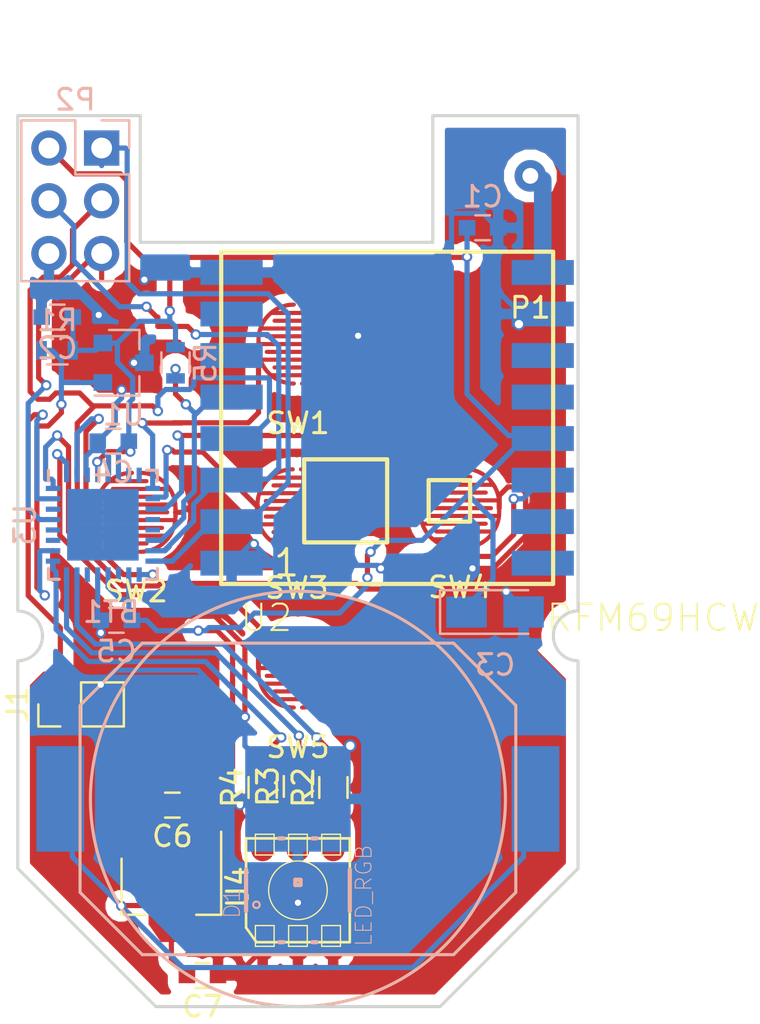
<source format=kicad_pcb>
(kicad_pcb (version 4) (host pcbnew 4.0.6-e0-6349~52~ubuntu16.10.1)

  (general
    (links 71)
    (no_connects 0)
    (area 186.424999 57.024999 213.575001 100.075001)
    (thickness 1.6)
    (drawings 20)
    (tracks 480)
    (zones 0)
    (modules 26)
    (nets 24)
  )

  (page A4)
  (layers
    (0 F.Cu signal)
    (31 B.Cu signal)
    (32 B.Adhes user)
    (33 F.Adhes user)
    (34 B.Paste user)
    (35 F.Paste user)
    (36 B.SilkS user)
    (37 F.SilkS user)
    (38 B.Mask user)
    (39 F.Mask user)
    (40 Dwgs.User user)
    (41 Cmts.User user)
    (42 Eco1.User user hide)
    (43 Eco2.User user)
    (44 Edge.Cuts user)
    (45 Margin user hide)
    (46 B.CrtYd user)
    (47 F.CrtYd user)
    (48 B.Fab user hide)
    (49 F.Fab user)
  )

  (setup
    (last_trace_width 0.25)
    (trace_clearance 0.16)
    (zone_clearance 0.508)
    (zone_45_only no)
    (trace_min 0.2)
    (segment_width 0.2)
    (edge_width 0.15)
    (via_size 0.5)
    (via_drill 0.3)
    (via_min_size 0.4)
    (via_min_drill 0.3)
    (uvia_size 0.3)
    (uvia_drill 0.1)
    (uvias_allowed no)
    (uvia_min_size 0.2)
    (uvia_min_drill 0.1)
    (pcb_text_width 0.3)
    (pcb_text_size 1.5 1.5)
    (mod_edge_width 0.15)
    (mod_text_size 1 1)
    (mod_text_width 0.15)
    (pad_size 1.35 1.35)
    (pad_drill 0)
    (pad_to_mask_clearance 0.2)
    (aux_axis_origin 145 100)
    (grid_origin 145 100)
    (visible_elements FFFFFFFF)
    (pcbplotparams
      (layerselection 0x030f0_80000001)
      (usegerberextensions false)
      (excludeedgelayer true)
      (linewidth 0.100000)
      (plotframeref false)
      (viasonmask false)
      (mode 1)
      (useauxorigin false)
      (hpglpennumber 1)
      (hpglpenspeed 20)
      (hpglpendiameter 15)
      (hpglpenoverlay 2)
      (psnegative false)
      (psa4output false)
      (plotreference true)
      (plotvalue true)
      (plotinvisibletext false)
      (padsonsilk false)
      (subtractmaskfromsilk false)
      (outputformat 1)
      (mirror false)
      (drillshape 0)
      (scaleselection 1)
      (outputdirectory Gerber))
  )

  (net 0 "")
  (net 1 /VCC)
  (net 2 /D10)
  (net 3 /MOSI)
  (net 4 /MISO)
  (net 5 /SCK)
  (net 6 /RESET)
  (net 7 /D2)
  (net 8 /ANT)
  (net 9 /D3)
  (net 10 /D4)
  (net 11 /D5)
  (net 12 /D6)
  (net 13 /D7)
  (net 14 /A3)
  (net 15 GND)
  (net 16 "Net-(D1-Pad4)")
  (net 17 "Net-(D1-Pad5)")
  (net 18 "Net-(D1-Pad6)")
  (net 19 /A0)
  (net 20 /A1)
  (net 21 /A2)
  (net 22 /TXO)
  (net 23 "Net-(BT1-Pad1)")

  (net_class Default "Dies ist die voreingestellte Netzklasse."
    (clearance 0.16)
    (trace_width 0.25)
    (via_dia 0.5)
    (via_drill 0.3)
    (uvia_dia 0.3)
    (uvia_drill 0.1)
    (add_net /A0)
    (add_net /A1)
    (add_net /A2)
    (add_net /A3)
    (add_net /D10)
    (add_net /D2)
    (add_net /D3)
    (add_net /D4)
    (add_net /D5)
    (add_net /D6)
    (add_net /D7)
    (add_net /MISO)
    (add_net /MOSI)
    (add_net /RESET)
    (add_net /SCK)
    (add_net /TXO)
    (add_net /VCC)
    (add_net GND)
    (add_net "Net-(BT1-Pad1)")
    (add_net "Net-(D1-Pad4)")
    (add_net "Net-(D1-Pad5)")
    (add_net "Net-(D1-Pad6)")
  )

  (net_class Antenna ""
    (clearance 0.2)
    (trace_width 0.85)
    (via_dia 0.5)
    (via_drill 0.3)
    (uvia_dia 0.3)
    (uvia_drill 0.1)
    (add_net /ANT)
  )

  (module parts:CR2032Holder (layer B.Cu) (tedit 59298EB2) (tstamp 58F27A3B)
    (at 200 90)
    (path /58F2262E)
    (fp_text reference BT1 (at -9 -9) (layer B.SilkS)
      (effects (font (size 1 1) (thickness 0.15)) (justify mirror))
    )
    (fp_text value Battery (at -6 9) (layer B.Fab)
      (effects (font (size 1 1) (thickness 0.15)) (justify mirror))
    )
    (fp_line (start -10.5 4.5) (end -7.5 7.5) (layer B.SilkS) (width 0.15))
    (fp_line (start -7.5 7.5) (end 7.5 7.5) (layer B.SilkS) (width 0.15))
    (fp_line (start -10.5 4.5) (end -10.5 -4.5) (layer B.SilkS) (width 0.15))
    (fp_line (start -10.5 -4.5) (end -7.5 -7.5) (layer B.SilkS) (width 0.15))
    (fp_line (start -7.5 -7.5) (end 7.5 -7.5) (layer B.SilkS) (width 0.15))
    (fp_line (start 10.5 4.5) (end 7.5 7.5) (layer B.SilkS) (width 0.15))
    (fp_line (start 10.5 4.5) (end 10.5 -4.5) (layer B.SilkS) (width 0.15))
    (fp_line (start 10.5 -4.5) (end 7.5 -7.5) (layer B.SilkS) (width 0.15))
    (fp_circle (center 0 0) (end 0 10) (layer B.SilkS) (width 0.15))
    (pad 1 smd rect (at -11.45 0) (size 2.3 5.08) (layers B.Cu B.Paste B.Mask)
      (net 23 "Net-(BT1-Pad1)"))
    (pad 1 smd rect (at 11.45 0) (size 2.3 5.08) (layers B.Cu B.Paste B.Mask)
      (net 23 "Net-(BT1-Pad1)"))
    (pad 2 smd rect (at 0 0) (size 5.08 5.08) (layers B.Cu B.Paste B.Mask)
      (net 15 GND))
  )

  (module parts:868MHz_Spring_Antenna (layer F.Cu) (tedit 5904583C) (tstamp 59045B5C)
    (at 211.2 60)
    (path /58F33790)
    (fp_text reference P1 (at 0 6.35) (layer F.SilkS)
      (effects (font (size 1 1) (thickness 0.15)))
    )
    (fp_text value CONN_01X01 (at 0 -7.62) (layer F.Fab)
      (effects (font (size 1 1) (thickness 0.15)))
    )
    (fp_line (start -5 0) (end 0 0) (layer F.Fab) (width 0.15))
    (fp_line (start -18.5 -3) (end -18.5 3) (layer F.Fab) (width 0.15))
    (fp_line (start -17 3) (end -18.5 -3) (layer F.Fab) (width 0.15))
    (fp_line (start -17 -3) (end -17 3) (layer F.Fab) (width 0.15))
    (fp_line (start -15.5 3) (end -17 -3) (layer F.Fab) (width 0.15))
    (fp_line (start -15.5 -3) (end -15.5 3) (layer F.Fab) (width 0.15))
    (fp_line (start -14 3) (end -15.5 -3) (layer F.Fab) (width 0.15))
    (fp_line (start -14 -3) (end -14 3) (layer F.Fab) (width 0.15))
    (fp_line (start -12.5 3) (end -14 -3) (layer F.Fab) (width 0.15))
    (fp_line (start -12.5 -3) (end -12.5 3) (layer F.Fab) (width 0.15))
    (fp_line (start -11 3) (end -12.5 -3) (layer F.Fab) (width 0.15))
    (fp_line (start -11 -3) (end -11 3) (layer F.Fab) (width 0.15))
    (fp_line (start -9.5 3) (end -11 -3) (layer F.Fab) (width 0.15))
    (fp_line (start -9.5 -3) (end -9.5 3) (layer F.Fab) (width 0.15))
    (fp_line (start -8 3) (end -9.5 -3) (layer F.Fab) (width 0.15))
    (fp_line (start -8 -3) (end -8 3) (layer F.Fab) (width 0.15))
    (fp_line (start -6.5 3) (end -8 -3) (layer F.Fab) (width 0.15))
    (fp_line (start -6.5 -3) (end -6.5 3) (layer F.Fab) (width 0.15))
    (fp_line (start -5 3) (end -6.5 -3) (layer F.Fab) (width 0.15))
    (fp_line (start -5 0) (end -5 3) (layer F.Fab) (width 0.15))
    (pad 1 thru_hole circle (at 0 0) (size 1.524 1.524) (drill 0.762) (layers *.Cu *.Mask)
      (net 8 /ANT))
  )

  (module Resistors_SMD:R_0603 (layer F.Cu) (tedit 58E0A804) (tstamp 58FB28A1)
    (at 198.3 89.45 90)
    (descr "Resistor SMD 0603, reflow soldering, Vishay (see dcrcw.pdf)")
    (tags "resistor 0603")
    (path /58FB1DCB)
    (attr smd)
    (fp_text reference R4 (at 0 -1.45 90) (layer F.SilkS)
      (effects (font (size 1 1) (thickness 0.15)))
    )
    (fp_text value R (at 0 1.5 90) (layer F.Fab)
      (effects (font (size 1 1) (thickness 0.15)))
    )
    (fp_text user %R (at 0 0 90) (layer F.Fab)
      (effects (font (size 0.5 0.5) (thickness 0.075)))
    )
    (fp_line (start -0.8 0.4) (end -0.8 -0.4) (layer F.Fab) (width 0.1))
    (fp_line (start 0.8 0.4) (end -0.8 0.4) (layer F.Fab) (width 0.1))
    (fp_line (start 0.8 -0.4) (end 0.8 0.4) (layer F.Fab) (width 0.1))
    (fp_line (start -0.8 -0.4) (end 0.8 -0.4) (layer F.Fab) (width 0.1))
    (fp_line (start 0.5 0.68) (end -0.5 0.68) (layer F.SilkS) (width 0.12))
    (fp_line (start -0.5 -0.68) (end 0.5 -0.68) (layer F.SilkS) (width 0.12))
    (fp_line (start -1.25 -0.7) (end 1.25 -0.7) (layer F.CrtYd) (width 0.05))
    (fp_line (start -1.25 -0.7) (end -1.25 0.7) (layer F.CrtYd) (width 0.05))
    (fp_line (start 1.25 0.7) (end 1.25 -0.7) (layer F.CrtYd) (width 0.05))
    (fp_line (start 1.25 0.7) (end -1.25 0.7) (layer F.CrtYd) (width 0.05))
    (pad 1 smd rect (at -0.75 0 90) (size 0.5 0.9) (layers F.Cu F.Paste F.Mask)
      (net 18 "Net-(D1-Pad6)"))
    (pad 2 smd rect (at 0.75 0 90) (size 0.5 0.9) (layers F.Cu F.Paste F.Mask)
      (net 21 /A2))
    (model ${KISYS3DMOD}/Resistors_SMD.3dshapes/R_0603.wrl
      (at (xyz 0 0 0))
      (scale (xyz 1 1 1))
      (rotate (xyz 0 0 0))
    )
  )

  (module Resistors_SMD:R_0603 (layer F.Cu) (tedit 58E0A804) (tstamp 58FB289B)
    (at 200 89.4 90)
    (descr "Resistor SMD 0603, reflow soldering, Vishay (see dcrcw.pdf)")
    (tags "resistor 0603")
    (path /58FB1D63)
    (attr smd)
    (fp_text reference R3 (at 0 -1.45 90) (layer F.SilkS)
      (effects (font (size 1 1) (thickness 0.15)))
    )
    (fp_text value R (at 0 1.5 90) (layer F.Fab)
      (effects (font (size 1 1) (thickness 0.15)))
    )
    (fp_text user %R (at 0 0 90) (layer F.Fab)
      (effects (font (size 0.5 0.5) (thickness 0.075)))
    )
    (fp_line (start -0.8 0.4) (end -0.8 -0.4) (layer F.Fab) (width 0.1))
    (fp_line (start 0.8 0.4) (end -0.8 0.4) (layer F.Fab) (width 0.1))
    (fp_line (start 0.8 -0.4) (end 0.8 0.4) (layer F.Fab) (width 0.1))
    (fp_line (start -0.8 -0.4) (end 0.8 -0.4) (layer F.Fab) (width 0.1))
    (fp_line (start 0.5 0.68) (end -0.5 0.68) (layer F.SilkS) (width 0.12))
    (fp_line (start -0.5 -0.68) (end 0.5 -0.68) (layer F.SilkS) (width 0.12))
    (fp_line (start -1.25 -0.7) (end 1.25 -0.7) (layer F.CrtYd) (width 0.05))
    (fp_line (start -1.25 -0.7) (end -1.25 0.7) (layer F.CrtYd) (width 0.05))
    (fp_line (start 1.25 0.7) (end 1.25 -0.7) (layer F.CrtYd) (width 0.05))
    (fp_line (start 1.25 0.7) (end -1.25 0.7) (layer F.CrtYd) (width 0.05))
    (pad 1 smd rect (at -0.75 0 90) (size 0.5 0.9) (layers F.Cu F.Paste F.Mask)
      (net 17 "Net-(D1-Pad5)"))
    (pad 2 smd rect (at 0.75 0 90) (size 0.5 0.9) (layers F.Cu F.Paste F.Mask)
      (net 20 /A1))
    (model ${KISYS3DMOD}/Resistors_SMD.3dshapes/R_0603.wrl
      (at (xyz 0 0 0))
      (scale (xyz 1 1 1))
      (rotate (xyz 0 0 0))
    )
  )

  (module Resistors_SMD:R_0603 (layer F.Cu) (tedit 58E0A804) (tstamp 58FB2895)
    (at 201.71 89.45 90)
    (descr "Resistor SMD 0603, reflow soldering, Vishay (see dcrcw.pdf)")
    (tags "resistor 0603")
    (path /58FB1C8E)
    (attr smd)
    (fp_text reference R2 (at 0 -1.45 90) (layer F.SilkS)
      (effects (font (size 1 1) (thickness 0.15)))
    )
    (fp_text value R (at 0 1.5 90) (layer F.Fab)
      (effects (font (size 1 1) (thickness 0.15)))
    )
    (fp_text user %R (at 0 0 90) (layer F.Fab)
      (effects (font (size 0.5 0.5) (thickness 0.075)))
    )
    (fp_line (start -0.8 0.4) (end -0.8 -0.4) (layer F.Fab) (width 0.1))
    (fp_line (start 0.8 0.4) (end -0.8 0.4) (layer F.Fab) (width 0.1))
    (fp_line (start 0.8 -0.4) (end 0.8 0.4) (layer F.Fab) (width 0.1))
    (fp_line (start -0.8 -0.4) (end 0.8 -0.4) (layer F.Fab) (width 0.1))
    (fp_line (start 0.5 0.68) (end -0.5 0.68) (layer F.SilkS) (width 0.12))
    (fp_line (start -0.5 -0.68) (end 0.5 -0.68) (layer F.SilkS) (width 0.12))
    (fp_line (start -1.25 -0.7) (end 1.25 -0.7) (layer F.CrtYd) (width 0.05))
    (fp_line (start -1.25 -0.7) (end -1.25 0.7) (layer F.CrtYd) (width 0.05))
    (fp_line (start 1.25 0.7) (end 1.25 -0.7) (layer F.CrtYd) (width 0.05))
    (fp_line (start 1.25 0.7) (end -1.25 0.7) (layer F.CrtYd) (width 0.05))
    (pad 1 smd rect (at -0.75 0 90) (size 0.5 0.9) (layers F.Cu F.Paste F.Mask)
      (net 16 "Net-(D1-Pad4)"))
    (pad 2 smd rect (at 0.75 0 90) (size 0.5 0.9) (layers F.Cu F.Paste F.Mask)
      (net 19 /A0))
    (model ${KISYS3DMOD}/Resistors_SMD.3dshapes/R_0603.wrl
      (at (xyz 0 0 0))
      (scale (xyz 1 1 1))
      (rotate (xyz 0 0 0))
    )
  )

  (module SparkFun-LED:LED-TRICOLOR-5050 (layer F.Cu) (tedit 200000) (tstamp 58FB288F)
    (at 200 94.4 90)
    (descr "5050 SMD RGB LED")
    (tags "5050 SMD RGB LED")
    (path /58FB1BE1)
    (attr smd)
    (fp_text reference D1 (at -0.635 -3.175 90) (layer B.SilkS)
      (effects (font (size 0.762 0.762) (thickness 0.0508)))
    )
    (fp_text value LED_RGB (at -0.254 3.175 90) (layer B.SilkS)
      (effects (font (size 0.762 0.762) (thickness 0.0508)))
    )
    (fp_line (start 1.69926 0.44958) (end 2.69748 0.44958) (layer F.SilkS) (width 0.06604))
    (fp_line (start 2.69748 0.44958) (end 2.69748 -0.44958) (layer F.SilkS) (width 0.06604))
    (fp_line (start 1.69926 -0.44958) (end 2.69748 -0.44958) (layer F.SilkS) (width 0.06604))
    (fp_line (start 1.69926 0.44958) (end 1.69926 -0.44958) (layer F.SilkS) (width 0.06604))
    (fp_line (start 1.69926 -1.14808) (end 2.69748 -1.14808) (layer F.SilkS) (width 0.06604))
    (fp_line (start 2.69748 -1.14808) (end 2.69748 -2.04978) (layer F.SilkS) (width 0.06604))
    (fp_line (start 1.69926 -2.04978) (end 2.69748 -2.04978) (layer F.SilkS) (width 0.06604))
    (fp_line (start 1.69926 -1.14808) (end 1.69926 -2.04978) (layer F.SilkS) (width 0.06604))
    (fp_line (start 1.69926 2.04978) (end 2.69748 2.04978) (layer F.SilkS) (width 0.06604))
    (fp_line (start 2.69748 2.04978) (end 2.69748 1.14808) (layer F.SilkS) (width 0.06604))
    (fp_line (start 1.69926 1.14808) (end 2.69748 1.14808) (layer F.SilkS) (width 0.06604))
    (fp_line (start 1.69926 2.04978) (end 1.69926 1.14808) (layer F.SilkS) (width 0.06604))
    (fp_line (start -2.69748 -1.14808) (end -1.69926 -1.14808) (layer F.SilkS) (width 0.06604))
    (fp_line (start -1.69926 -1.14808) (end -1.69926 -2.04978) (layer F.SilkS) (width 0.06604))
    (fp_line (start -2.69748 -2.04978) (end -1.69926 -2.04978) (layer F.SilkS) (width 0.06604))
    (fp_line (start -2.69748 -1.14808) (end -2.69748 -2.04978) (layer F.SilkS) (width 0.06604))
    (fp_line (start -2.69748 0.44958) (end -1.69926 0.44958) (layer F.SilkS) (width 0.06604))
    (fp_line (start -1.69926 0.44958) (end -1.69926 -0.44958) (layer F.SilkS) (width 0.06604))
    (fp_line (start -2.69748 -0.44958) (end -1.69926 -0.44958) (layer F.SilkS) (width 0.06604))
    (fp_line (start -2.69748 0.44958) (end -2.69748 -0.44958) (layer F.SilkS) (width 0.06604))
    (fp_line (start -2.69748 2.04978) (end -1.69926 2.04978) (layer F.SilkS) (width 0.06604))
    (fp_line (start -1.69926 2.04978) (end -1.69926 1.14808) (layer F.SilkS) (width 0.06604))
    (fp_line (start -2.69748 1.14808) (end -1.69926 1.14808) (layer F.SilkS) (width 0.06604))
    (fp_line (start -2.69748 2.04978) (end -2.69748 1.14808) (layer F.SilkS) (width 0.06604))
    (fp_line (start -2.49936 2.49936) (end -2.49936 -1.99898) (layer F.SilkS) (width 0.127))
    (fp_line (start -1.79832 -2.49936) (end 2.49936 -2.49936) (layer F.SilkS) (width 0.127))
    (fp_line (start 2.49936 -2.49936) (end 2.49936 2.49936) (layer F.SilkS) (width 0.127))
    (fp_line (start 2.49936 2.49936) (end -2.49936 2.49936) (layer F.SilkS) (width 0.127))
    (fp_line (start -0.99822 -2.49936) (end 0.99822 -2.49936) (layer B.SilkS) (width 0.2032))
    (fp_line (start -0.99822 2.49936) (end 0.99822 2.49936) (layer B.SilkS) (width 0.2032))
    (fp_line (start -2.49936 -0.6985) (end -2.49936 -0.89916) (layer B.SilkS) (width 0.2032))
    (fp_line (start -2.49936 0.89916) (end -2.49936 0.6985) (layer B.SilkS) (width 0.2032))
    (fp_line (start 2.49936 0.89916) (end 2.49936 0.6985) (layer B.SilkS) (width 0.2032))
    (fp_line (start 2.49936 -0.6985) (end 2.49936 -0.89916) (layer B.SilkS) (width 0.2032))
    (fp_line (start 0.254 0.127) (end 0.254 -0.127) (layer B.SilkS) (width 0.2032))
    (fp_line (start 0.254 -0.127) (end 0.508 -0.127) (layer B.SilkS) (width 0.2032))
    (fp_line (start 0.508 -0.127) (end 0.508 0.127) (layer B.SilkS) (width 0.2032))
    (fp_line (start 0.508 0.127) (end 0.254 0.127) (layer B.SilkS) (width 0.2032))
    (fp_line (start -2.49936 -1.99898) (end -1.79832 -2.49936) (layer F.SilkS) (width 0.127))
    (fp_circle (center -0.6985 -1.99898) (end -0.81026 -2.11074) (layer B.SilkS) (width 0.1016))
    (fp_circle (center 0 0) (end -0.99822 0.99822) (layer F.SilkS) (width 0.0635))
    (pad 1 smd oval (at -2.39776 -1.69926 90) (size 1.99898 1.09982) (layers F.Cu F.Paste F.Mask)
      (net 15 GND))
    (pad 2 smd oval (at -2.39776 0 90) (size 1.99898 1.09982) (layers F.Cu F.Paste F.Mask)
      (net 15 GND))
    (pad 3 smd oval (at -2.39776 1.69926 90) (size 1.99898 1.09982) (layers F.Cu F.Paste F.Mask)
      (net 15 GND))
    (pad 4 smd oval (at 2.39776 1.69926 90) (size 1.99898 1.09982) (layers F.Cu F.Paste F.Mask)
      (net 16 "Net-(D1-Pad4)"))
    (pad 5 smd oval (at 2.39776 0 90) (size 1.99898 1.09982) (layers F.Cu F.Paste F.Mask)
      (net 17 "Net-(D1-Pad5)"))
    (pad 6 smd oval (at 2.39776 -1.69926 90) (size 1.99898 1.09982) (layers F.Cu F.Paste F.Mask)
      (net 18 "Net-(D1-Pad6)"))
  )

  (module parts:4mm_Rubber_Button (layer F.Cu) (tedit 58FA554E) (tstamp 58F5F48C)
    (at 200 68.1)
    (path /58F5F86D)
    (fp_text reference SW1 (at 0 3.81) (layer F.SilkS)
      (effects (font (size 1 1) (thickness 0.15)))
    )
    (fp_text value SW_SPST (at 0 -3.81) (layer F.Fab)
      (effects (font (size 1 1) (thickness 0.15)))
    )
    (fp_line (start 1.625 1.125) (end -1.125 1.125) (layer F.Cu) (width 0.2))
    (fp_line (start -1.75 0.75) (end 1.25 0.75) (layer F.Cu) (width 0.2))
    (fp_line (start 1.8 0.375) (end -1.5 0.375) (layer F.Cu) (width 0.2))
    (fp_line (start 1.8 -0.375) (end -1.5 -0.375) (layer F.Cu) (width 0.2))
    (fp_line (start 1.25 -0.75) (end -1.75 -0.75) (layer F.Cu) (width 0.2))
    (fp_line (start 1.625 -1.125) (end -1.125 -1.125) (layer F.Cu) (width 0.2))
    (fp_line (start -1.25 1.5) (end 0.5 1.5) (layer F.Cu) (width 0.2))
    (fp_line (start -1.25 -1.5) (end 0.5 -1.5) (layer F.Cu) (width 0.2))
    (fp_line (start -1.9 0) (end 1.5 0) (layer F.Cu) (width 0.2))
    (fp_line (start -1.9 0.2) (end -1.9 -0.2) (layer F.Cu) (width 0.2))
    (fp_line (start 1.9 -0.2) (end 1.9 0.2) (layer F.Cu) (width 0.2))
    (fp_arc (start 0.2 0.2) (end 0.2 1.9) (angle -90) (layer F.Cu) (width 0.2))
    (fp_arc (start -0.2 0.2) (end -0.2 1.9) (angle 90) (layer F.Cu) (width 0.2))
    (fp_arc (start 0.2 -0.2) (end 0.2 -1.9) (angle 90) (layer F.Cu) (width 0.2))
    (fp_arc (start -0.2 -0.2) (end -0.2 -1.9) (angle -90) (layer F.Cu) (width 0.2))
    (fp_poly (pts (xy 0.380284 -1.950671) (xy 0.74551 -1.838074) (xy 1.090365 -1.651045) (xy 1.397176 -1.397176)
      (xy 1.656739 -1.081907) (xy 1.84187 -0.736407) (xy 1.95257 -0.370794) (xy 1.988837 0.00481)
      (xy 1.950672 0.380284) (xy 1.838075 0.74551) (xy 1.651046 1.090365) (xy 1.397176 1.397176)
      (xy 1.083458 1.654623) (xy 0.733639 1.840973) (xy 0.358806 1.953163) (xy -0.029957 1.988127)
      (xy -0.421562 1.9428) (xy -0.50357 1.922674) (xy -0.876005 1.780364) (xy -1.21313 1.562328)
      (xy -1.397176 1.397176) (xy -1.656739 1.081908) (xy -1.84187 0.736407) (xy -1.952569 0.370795)
      (xy -1.988836 -0.004809) (xy -1.950671 -0.380284) (xy -1.838074 -0.745509) (xy -1.651045 -1.090365)
      (xy -1.397176 -1.397176) (xy -1.081907 -1.656739) (xy -0.736407 -1.84187) (xy -0.370794 -1.952569)
      (xy 0.00481 -1.988836) (xy 0.380284 -1.950671)) (layer F.Mask) (width 0.01))
    (pad 1 smd rect (at -1.9 0) (size 0.2 0.4) (layers F.Cu F.Paste F.Mask)
      (net 11 /D5))
    (pad 2 smd rect (at 1.9 0) (size 0.2 0.4) (layers F.Cu F.Paste F.Mask)
      (net 15 GND))
  )

  (module parts:4mm_Rubber_Button (layer F.Cu) (tedit 58FA554E) (tstamp 58F5F49A)
    (at 192.2 76.2)
    (path /58F5F8D4)
    (fp_text reference SW2 (at 0 3.81) (layer F.SilkS)
      (effects (font (size 1 1) (thickness 0.15)))
    )
    (fp_text value SW_SPST (at 0 -3.81) (layer F.Fab)
      (effects (font (size 1 1) (thickness 0.15)))
    )
    (fp_line (start 1.625 1.125) (end -1.125 1.125) (layer F.Cu) (width 0.2))
    (fp_line (start -1.75 0.75) (end 1.25 0.75) (layer F.Cu) (width 0.2))
    (fp_line (start 1.8 0.375) (end -1.5 0.375) (layer F.Cu) (width 0.2))
    (fp_line (start 1.8 -0.375) (end -1.5 -0.375) (layer F.Cu) (width 0.2))
    (fp_line (start 1.25 -0.75) (end -1.75 -0.75) (layer F.Cu) (width 0.2))
    (fp_line (start 1.625 -1.125) (end -1.125 -1.125) (layer F.Cu) (width 0.2))
    (fp_line (start -1.25 1.5) (end 0.5 1.5) (layer F.Cu) (width 0.2))
    (fp_line (start -1.25 -1.5) (end 0.5 -1.5) (layer F.Cu) (width 0.2))
    (fp_line (start -1.9 0) (end 1.5 0) (layer F.Cu) (width 0.2))
    (fp_line (start -1.9 0.2) (end -1.9 -0.2) (layer F.Cu) (width 0.2))
    (fp_line (start 1.9 -0.2) (end 1.9 0.2) (layer F.Cu) (width 0.2))
    (fp_arc (start 0.2 0.2) (end 0.2 1.9) (angle -90) (layer F.Cu) (width 0.2))
    (fp_arc (start -0.2 0.2) (end -0.2 1.9) (angle 90) (layer F.Cu) (width 0.2))
    (fp_arc (start 0.2 -0.2) (end 0.2 -1.9) (angle 90) (layer F.Cu) (width 0.2))
    (fp_arc (start -0.2 -0.2) (end -0.2 -1.9) (angle -90) (layer F.Cu) (width 0.2))
    (fp_poly (pts (xy 0.380284 -1.950671) (xy 0.74551 -1.838074) (xy 1.090365 -1.651045) (xy 1.397176 -1.397176)
      (xy 1.656739 -1.081907) (xy 1.84187 -0.736407) (xy 1.95257 -0.370794) (xy 1.988837 0.00481)
      (xy 1.950672 0.380284) (xy 1.838075 0.74551) (xy 1.651046 1.090365) (xy 1.397176 1.397176)
      (xy 1.083458 1.654623) (xy 0.733639 1.840973) (xy 0.358806 1.953163) (xy -0.029957 1.988127)
      (xy -0.421562 1.9428) (xy -0.50357 1.922674) (xy -0.876005 1.780364) (xy -1.21313 1.562328)
      (xy -1.397176 1.397176) (xy -1.656739 1.081908) (xy -1.84187 0.736407) (xy -1.952569 0.370795)
      (xy -1.988836 -0.004809) (xy -1.950671 -0.380284) (xy -1.838074 -0.745509) (xy -1.651045 -1.090365)
      (xy -1.397176 -1.397176) (xy -1.081907 -1.656739) (xy -0.736407 -1.84187) (xy -0.370794 -1.952569)
      (xy 0.00481 -1.988836) (xy 0.380284 -1.950671)) (layer F.Mask) (width 0.01))
    (pad 1 smd rect (at -1.9 0) (size 0.2 0.4) (layers F.Cu F.Paste F.Mask)
      (net 10 /D4))
    (pad 2 smd rect (at 1.9 0) (size 0.2 0.4) (layers F.Cu F.Paste F.Mask)
      (net 15 GND))
  )

  (module parts:4mm_Rubber_Button (layer F.Cu) (tedit 58FA554E) (tstamp 58F5F4B6)
    (at 207.8 76)
    (path /58F5F98D)
    (fp_text reference SW4 (at 0 3.81) (layer F.SilkS)
      (effects (font (size 1 1) (thickness 0.15)))
    )
    (fp_text value SW_SPST (at 0 -3.81) (layer F.Fab)
      (effects (font (size 1 1) (thickness 0.15)))
    )
    (fp_line (start 1.625 1.125) (end -1.125 1.125) (layer F.Cu) (width 0.2))
    (fp_line (start -1.75 0.75) (end 1.25 0.75) (layer F.Cu) (width 0.2))
    (fp_line (start 1.8 0.375) (end -1.5 0.375) (layer F.Cu) (width 0.2))
    (fp_line (start 1.8 -0.375) (end -1.5 -0.375) (layer F.Cu) (width 0.2))
    (fp_line (start 1.25 -0.75) (end -1.75 -0.75) (layer F.Cu) (width 0.2))
    (fp_line (start 1.625 -1.125) (end -1.125 -1.125) (layer F.Cu) (width 0.2))
    (fp_line (start -1.25 1.5) (end 0.5 1.5) (layer F.Cu) (width 0.2))
    (fp_line (start -1.25 -1.5) (end 0.5 -1.5) (layer F.Cu) (width 0.2))
    (fp_line (start -1.9 0) (end 1.5 0) (layer F.Cu) (width 0.2))
    (fp_line (start -1.9 0.2) (end -1.9 -0.2) (layer F.Cu) (width 0.2))
    (fp_line (start 1.9 -0.2) (end 1.9 0.2) (layer F.Cu) (width 0.2))
    (fp_arc (start 0.2 0.2) (end 0.2 1.9) (angle -90) (layer F.Cu) (width 0.2))
    (fp_arc (start -0.2 0.2) (end -0.2 1.9) (angle 90) (layer F.Cu) (width 0.2))
    (fp_arc (start 0.2 -0.2) (end 0.2 -1.9) (angle 90) (layer F.Cu) (width 0.2))
    (fp_arc (start -0.2 -0.2) (end -0.2 -1.9) (angle -90) (layer F.Cu) (width 0.2))
    (fp_poly (pts (xy 0.380284 -1.950671) (xy 0.74551 -1.838074) (xy 1.090365 -1.651045) (xy 1.397176 -1.397176)
      (xy 1.656739 -1.081907) (xy 1.84187 -0.736407) (xy 1.95257 -0.370794) (xy 1.988837 0.00481)
      (xy 1.950672 0.380284) (xy 1.838075 0.74551) (xy 1.651046 1.090365) (xy 1.397176 1.397176)
      (xy 1.083458 1.654623) (xy 0.733639 1.840973) (xy 0.358806 1.953163) (xy -0.029957 1.988127)
      (xy -0.421562 1.9428) (xy -0.50357 1.922674) (xy -0.876005 1.780364) (xy -1.21313 1.562328)
      (xy -1.397176 1.397176) (xy -1.656739 1.081908) (xy -1.84187 0.736407) (xy -1.952569 0.370795)
      (xy -1.988836 -0.004809) (xy -1.950671 -0.380284) (xy -1.838074 -0.745509) (xy -1.651045 -1.090365)
      (xy -1.397176 -1.397176) (xy -1.081907 -1.656739) (xy -0.736407 -1.84187) (xy -0.370794 -1.952569)
      (xy 0.00481 -1.988836) (xy 0.380284 -1.950671)) (layer F.Mask) (width 0.01))
    (pad 1 smd rect (at -1.9 0) (size 0.2 0.4) (layers F.Cu F.Paste F.Mask)
      (net 13 /D7))
    (pad 2 smd rect (at 1.9 0) (size 0.2 0.4) (layers F.Cu F.Paste F.Mask)
      (net 15 GND))
  )

  (module parts:4mm_Rubber_Button (layer F.Cu) (tedit 58FA554E) (tstamp 58F5F4C4)
    (at 200 83.7)
    (path /58F5F9DA)
    (fp_text reference SW5 (at 0 3.81) (layer F.SilkS)
      (effects (font (size 1 1) (thickness 0.15)))
    )
    (fp_text value SW_SPST (at 0 -3.81) (layer F.Fab)
      (effects (font (size 1 1) (thickness 0.15)))
    )
    (fp_line (start 1.625 1.125) (end -1.125 1.125) (layer F.Cu) (width 0.2))
    (fp_line (start -1.75 0.75) (end 1.25 0.75) (layer F.Cu) (width 0.2))
    (fp_line (start 1.8 0.375) (end -1.5 0.375) (layer F.Cu) (width 0.2))
    (fp_line (start 1.8 -0.375) (end -1.5 -0.375) (layer F.Cu) (width 0.2))
    (fp_line (start 1.25 -0.75) (end -1.75 -0.75) (layer F.Cu) (width 0.2))
    (fp_line (start 1.625 -1.125) (end -1.125 -1.125) (layer F.Cu) (width 0.2))
    (fp_line (start -1.25 1.5) (end 0.5 1.5) (layer F.Cu) (width 0.2))
    (fp_line (start -1.25 -1.5) (end 0.5 -1.5) (layer F.Cu) (width 0.2))
    (fp_line (start -1.9 0) (end 1.5 0) (layer F.Cu) (width 0.2))
    (fp_line (start -1.9 0.2) (end -1.9 -0.2) (layer F.Cu) (width 0.2))
    (fp_line (start 1.9 -0.2) (end 1.9 0.2) (layer F.Cu) (width 0.2))
    (fp_arc (start 0.2 0.2) (end 0.2 1.9) (angle -90) (layer F.Cu) (width 0.2))
    (fp_arc (start -0.2 0.2) (end -0.2 1.9) (angle 90) (layer F.Cu) (width 0.2))
    (fp_arc (start 0.2 -0.2) (end 0.2 -1.9) (angle 90) (layer F.Cu) (width 0.2))
    (fp_arc (start -0.2 -0.2) (end -0.2 -1.9) (angle -90) (layer F.Cu) (width 0.2))
    (fp_poly (pts (xy 0.380284 -1.950671) (xy 0.74551 -1.838074) (xy 1.090365 -1.651045) (xy 1.397176 -1.397176)
      (xy 1.656739 -1.081907) (xy 1.84187 -0.736407) (xy 1.95257 -0.370794) (xy 1.988837 0.00481)
      (xy 1.950672 0.380284) (xy 1.838075 0.74551) (xy 1.651046 1.090365) (xy 1.397176 1.397176)
      (xy 1.083458 1.654623) (xy 0.733639 1.840973) (xy 0.358806 1.953163) (xy -0.029957 1.988127)
      (xy -0.421562 1.9428) (xy -0.50357 1.922674) (xy -0.876005 1.780364) (xy -1.21313 1.562328)
      (xy -1.397176 1.397176) (xy -1.656739 1.081908) (xy -1.84187 0.736407) (xy -1.952569 0.370795)
      (xy -1.988836 -0.004809) (xy -1.950671 -0.380284) (xy -1.838074 -0.745509) (xy -1.651045 -1.090365)
      (xy -1.397176 -1.397176) (xy -1.081907 -1.656739) (xy -0.736407 -1.84187) (xy -0.370794 -1.952569)
      (xy 0.00481 -1.988836) (xy 0.380284 -1.950671)) (layer F.Mask) (width 0.01))
    (pad 1 smd rect (at -1.9 0) (size 0.2 0.4) (layers F.Cu F.Paste F.Mask)
      (net 9 /D3))
    (pad 2 smd rect (at 1.9 0) (size 0.2 0.4) (layers F.Cu F.Paste F.Mask)
      (net 15 GND))
  )

  (module parts:4mm_Rubber_Button (layer F.Cu) (tedit 58FA554E) (tstamp 58F606B9)
    (at 199.95 76.03)
    (path /58F5F943)
    (fp_text reference SW3 (at 0 3.81) (layer F.SilkS)
      (effects (font (size 1 1) (thickness 0.15)))
    )
    (fp_text value SW_SPST (at 0 -3.81) (layer F.Fab)
      (effects (font (size 1 1) (thickness 0.15)))
    )
    (fp_line (start 1.625 1.125) (end -1.125 1.125) (layer F.Cu) (width 0.2))
    (fp_line (start -1.75 0.75) (end 1.25 0.75) (layer F.Cu) (width 0.2))
    (fp_line (start 1.8 0.375) (end -1.5 0.375) (layer F.Cu) (width 0.2))
    (fp_line (start 1.8 -0.375) (end -1.5 -0.375) (layer F.Cu) (width 0.2))
    (fp_line (start 1.25 -0.75) (end -1.75 -0.75) (layer F.Cu) (width 0.2))
    (fp_line (start 1.625 -1.125) (end -1.125 -1.125) (layer F.Cu) (width 0.2))
    (fp_line (start -1.25 1.5) (end 0.5 1.5) (layer F.Cu) (width 0.2))
    (fp_line (start -1.25 -1.5) (end 0.5 -1.5) (layer F.Cu) (width 0.2))
    (fp_line (start -1.9 0) (end 1.5 0) (layer F.Cu) (width 0.2))
    (fp_line (start -1.9 0.2) (end -1.9 -0.2) (layer F.Cu) (width 0.2))
    (fp_line (start 1.9 -0.2) (end 1.9 0.2) (layer F.Cu) (width 0.2))
    (fp_arc (start 0.2 0.2) (end 0.2 1.9) (angle -90) (layer F.Cu) (width 0.2))
    (fp_arc (start -0.2 0.2) (end -0.2 1.9) (angle 90) (layer F.Cu) (width 0.2))
    (fp_arc (start 0.2 -0.2) (end 0.2 -1.9) (angle 90) (layer F.Cu) (width 0.2))
    (fp_arc (start -0.2 -0.2) (end -0.2 -1.9) (angle -90) (layer F.Cu) (width 0.2))
    (fp_poly (pts (xy 0.380284 -1.950671) (xy 0.74551 -1.838074) (xy 1.090365 -1.651045) (xy 1.397176 -1.397176)
      (xy 1.656739 -1.081907) (xy 1.84187 -0.736407) (xy 1.95257 -0.370794) (xy 1.988837 0.00481)
      (xy 1.950672 0.380284) (xy 1.838075 0.74551) (xy 1.651046 1.090365) (xy 1.397176 1.397176)
      (xy 1.083458 1.654623) (xy 0.733639 1.840973) (xy 0.358806 1.953163) (xy -0.029957 1.988127)
      (xy -0.421562 1.9428) (xy -0.50357 1.922674) (xy -0.876005 1.780364) (xy -1.21313 1.562328)
      (xy -1.397176 1.397176) (xy -1.656739 1.081908) (xy -1.84187 0.736407) (xy -1.952569 0.370795)
      (xy -1.988836 -0.004809) (xy -1.950671 -0.380284) (xy -1.838074 -0.745509) (xy -1.651045 -1.090365)
      (xy -1.397176 -1.397176) (xy -1.081907 -1.656739) (xy -0.736407 -1.84187) (xy -0.370794 -1.952569)
      (xy 0.00481 -1.988836) (xy 0.380284 -1.950671)) (layer F.Mask) (width 0.01))
    (pad 1 smd rect (at -1.9 0) (size 0.2 0.4) (layers F.Cu F.Paste F.Mask)
      (net 12 /D6))
    (pad 2 smd rect (at 1.9 0) (size 0.2 0.4) (layers F.Cu F.Paste F.Mask)
      (net 15 GND))
  )

  (module Capacitors_Tantalum_SMD:CP_Tantalum_Case-A_EIA-3216-18_Reflow (layer B.Cu) (tedit 57B6E980) (tstamp 58F27A41)
    (at 209.5 81)
    (descr "Tantalum capacitor, Case A, EIA 3216-18, 3.2x1.6x1.6mm, Reflow soldering footprint")
    (tags "capacitor tantalum smd")
    (path /58F21740)
    (attr smd)
    (fp_text reference C3 (at 0 2.55) (layer B.SilkS)
      (effects (font (size 1 1) (thickness 0.15)) (justify mirror))
    )
    (fp_text value CP (at 0 -2.55) (layer B.Fab)
      (effects (font (size 1 1) (thickness 0.15)) (justify mirror))
    )
    (fp_line (start -2.75 1.2) (end -2.75 -1.2) (layer B.CrtYd) (width 0.05))
    (fp_line (start -2.75 -1.2) (end 2.75 -1.2) (layer B.CrtYd) (width 0.05))
    (fp_line (start 2.75 -1.2) (end 2.75 1.2) (layer B.CrtYd) (width 0.05))
    (fp_line (start 2.75 1.2) (end -2.75 1.2) (layer B.CrtYd) (width 0.05))
    (fp_line (start -1.6 0.8) (end -1.6 -0.8) (layer B.Fab) (width 0.1))
    (fp_line (start -1.6 -0.8) (end 1.6 -0.8) (layer B.Fab) (width 0.1))
    (fp_line (start 1.6 -0.8) (end 1.6 0.8) (layer B.Fab) (width 0.1))
    (fp_line (start 1.6 0.8) (end -1.6 0.8) (layer B.Fab) (width 0.1))
    (fp_line (start -1.28 0.8) (end -1.28 -0.8) (layer B.Fab) (width 0.1))
    (fp_line (start -1.12 0.8) (end -1.12 -0.8) (layer B.Fab) (width 0.1))
    (fp_line (start -2.65 1.05) (end 1.6 1.05) (layer B.SilkS) (width 0.12))
    (fp_line (start -2.65 -1.05) (end 1.6 -1.05) (layer B.SilkS) (width 0.12))
    (fp_line (start -2.65 1.05) (end -2.65 -1.05) (layer B.SilkS) (width 0.12))
    (pad 1 smd rect (at -1.375 0) (size 1.95 1.5) (layers B.Cu B.Paste B.Mask)
      (net 1 /VCC))
    (pad 2 smd rect (at 1.375 0) (size 1.95 1.5) (layers B.Cu B.Paste B.Mask)
      (net 15 GND))
    (model Capacitors_Tantalum_SMD.3dshapes/CP_Tantalum_Case-A_EIA-3216-18.wrl
      (at (xyz 0 0 0))
      (scale (xyz 1 1 1))
      (rotate (xyz 0 0 0))
    )
  )

  (module Capacitors_SMD:C_0603 (layer B.Cu) (tedit 58AA844E) (tstamp 58F27A47)
    (at 191.1 72.775)
    (descr "Capacitor SMD 0603, reflow soldering, AVX (see smccp.pdf)")
    (tags "capacitor 0603")
    (path /58F21742)
    (attr smd)
    (fp_text reference C4 (at 0 1.5) (layer B.SilkS)
      (effects (font (size 1 1) (thickness 0.15)) (justify mirror))
    )
    (fp_text value 100n (at 0 -1.5) (layer B.Fab)
      (effects (font (size 1 1) (thickness 0.15)) (justify mirror))
    )
    (fp_text user %R (at 0 1.5) (layer B.Fab)
      (effects (font (size 1 1) (thickness 0.15)) (justify mirror))
    )
    (fp_line (start -0.8 -0.4) (end -0.8 0.4) (layer B.Fab) (width 0.1))
    (fp_line (start 0.8 -0.4) (end -0.8 -0.4) (layer B.Fab) (width 0.1))
    (fp_line (start 0.8 0.4) (end 0.8 -0.4) (layer B.Fab) (width 0.1))
    (fp_line (start -0.8 0.4) (end 0.8 0.4) (layer B.Fab) (width 0.1))
    (fp_line (start -0.35 0.6) (end 0.35 0.6) (layer B.SilkS) (width 0.12))
    (fp_line (start 0.35 -0.6) (end -0.35 -0.6) (layer B.SilkS) (width 0.12))
    (fp_line (start -1.4 0.65) (end 1.4 0.65) (layer B.CrtYd) (width 0.05))
    (fp_line (start -1.4 0.65) (end -1.4 -0.65) (layer B.CrtYd) (width 0.05))
    (fp_line (start 1.4 -0.65) (end 1.4 0.65) (layer B.CrtYd) (width 0.05))
    (fp_line (start 1.4 -0.65) (end -1.4 -0.65) (layer B.CrtYd) (width 0.05))
    (pad 1 smd rect (at -0.75 0) (size 0.8 0.75) (layers B.Cu B.Paste B.Mask)
      (net 15 GND))
    (pad 2 smd rect (at 0.75 0) (size 0.8 0.75) (layers B.Cu B.Paste B.Mask)
      (net 1 /VCC))
    (model Capacitors_SMD.3dshapes/C_0603.wrl
      (at (xyz 0 0 0))
      (scale (xyz 1 1 1))
      (rotate (xyz 0 0 0))
    )
  )

  (module Capacitors_SMD:C_0603 (layer B.Cu) (tedit 58AA844E) (tstamp 58F27A4D)
    (at 191.25 81.4)
    (descr "Capacitor SMD 0603, reflow soldering, AVX (see smccp.pdf)")
    (tags "capacitor 0603")
    (path /58F21741)
    (attr smd)
    (fp_text reference C5 (at 0 1.5) (layer B.SilkS)
      (effects (font (size 1 1) (thickness 0.15)) (justify mirror))
    )
    (fp_text value 100n (at 0 -1.5) (layer B.Fab)
      (effects (font (size 1 1) (thickness 0.15)) (justify mirror))
    )
    (fp_text user %R (at 0 1.5) (layer B.Fab)
      (effects (font (size 1 1) (thickness 0.15)) (justify mirror))
    )
    (fp_line (start -0.8 -0.4) (end -0.8 0.4) (layer B.Fab) (width 0.1))
    (fp_line (start 0.8 -0.4) (end -0.8 -0.4) (layer B.Fab) (width 0.1))
    (fp_line (start 0.8 0.4) (end 0.8 -0.4) (layer B.Fab) (width 0.1))
    (fp_line (start -0.8 0.4) (end 0.8 0.4) (layer B.Fab) (width 0.1))
    (fp_line (start -0.35 0.6) (end 0.35 0.6) (layer B.SilkS) (width 0.12))
    (fp_line (start 0.35 -0.6) (end -0.35 -0.6) (layer B.SilkS) (width 0.12))
    (fp_line (start -1.4 0.65) (end 1.4 0.65) (layer B.CrtYd) (width 0.05))
    (fp_line (start -1.4 0.65) (end -1.4 -0.65) (layer B.CrtYd) (width 0.05))
    (fp_line (start 1.4 -0.65) (end 1.4 0.65) (layer B.CrtYd) (width 0.05))
    (fp_line (start 1.4 -0.65) (end -1.4 -0.65) (layer B.CrtYd) (width 0.05))
    (pad 1 smd rect (at -0.75 0) (size 0.8 0.75) (layers B.Cu B.Paste B.Mask)
      (net 15 GND))
    (pad 2 smd rect (at 0.75 0) (size 0.8 0.75) (layers B.Cu B.Paste B.Mask)
      (net 1 /VCC))
    (model Capacitors_SMD.3dshapes/C_0603.wrl
      (at (xyz 0 0 0))
      (scale (xyz 1 1 1))
      (rotate (xyz 0 0 0))
    )
  )

  (module Pin_Headers:Pin_Header_Straight_2x03_Pitch2.54mm (layer B.Cu) (tedit 58CD4EC5) (tstamp 58F27A8D)
    (at 190.54 58.66 180)
    (descr "Through hole straight pin header, 2x03, 2.54mm pitch, double rows")
    (tags "Through hole pin header THT 2x03 2.54mm double row")
    (path /58F21743)
    (fp_text reference P2 (at 1.27 2.33 180) (layer B.SilkS)
      (effects (font (size 1 1) (thickness 0.15)) (justify mirror))
    )
    (fp_text value CONN_02X03 (at 1.27 -7.41 180) (layer B.Fab)
      (effects (font (size 1 1) (thickness 0.15)) (justify mirror))
    )
    (fp_line (start -1.27 1.27) (end -1.27 -6.35) (layer B.Fab) (width 0.1))
    (fp_line (start -1.27 -6.35) (end 3.81 -6.35) (layer B.Fab) (width 0.1))
    (fp_line (start 3.81 -6.35) (end 3.81 1.27) (layer B.Fab) (width 0.1))
    (fp_line (start 3.81 1.27) (end -1.27 1.27) (layer B.Fab) (width 0.1))
    (fp_line (start -1.33 -1.27) (end -1.33 -6.41) (layer B.SilkS) (width 0.12))
    (fp_line (start -1.33 -6.41) (end 3.87 -6.41) (layer B.SilkS) (width 0.12))
    (fp_line (start 3.87 -6.41) (end 3.87 1.33) (layer B.SilkS) (width 0.12))
    (fp_line (start 3.87 1.33) (end 1.27 1.33) (layer B.SilkS) (width 0.12))
    (fp_line (start 1.27 1.33) (end 1.27 -1.27) (layer B.SilkS) (width 0.12))
    (fp_line (start 1.27 -1.27) (end -1.33 -1.27) (layer B.SilkS) (width 0.12))
    (fp_line (start -1.33 0) (end -1.33 1.33) (layer B.SilkS) (width 0.12))
    (fp_line (start -1.33 1.33) (end 0 1.33) (layer B.SilkS) (width 0.12))
    (fp_line (start -1.8 1.8) (end -1.8 -6.85) (layer B.CrtYd) (width 0.05))
    (fp_line (start -1.8 -6.85) (end 4.35 -6.85) (layer B.CrtYd) (width 0.05))
    (fp_line (start 4.35 -6.85) (end 4.35 1.8) (layer B.CrtYd) (width 0.05))
    (fp_line (start 4.35 1.8) (end -1.8 1.8) (layer B.CrtYd) (width 0.05))
    (fp_text user %R (at 1.27 2.33 180) (layer B.Fab)
      (effects (font (size 1 1) (thickness 0.15)) (justify mirror))
    )
    (pad 1 thru_hole rect (at 0 0 180) (size 1.7 1.7) (drill 1) (layers *.Cu *.Mask)
      (net 4 /MISO))
    (pad 2 thru_hole oval (at 2.54 0 180) (size 1.7 1.7) (drill 1) (layers *.Cu *.Mask)
      (net 1 /VCC))
    (pad 3 thru_hole oval (at 0 -2.54 180) (size 1.7 1.7) (drill 1) (layers *.Cu *.Mask)
      (net 5 /SCK))
    (pad 4 thru_hole oval (at 2.54 -2.54 180) (size 1.7 1.7) (drill 1) (layers *.Cu *.Mask)
      (net 3 /MOSI))
    (pad 5 thru_hole oval (at 0 -5.08 180) (size 1.7 1.7) (drill 1) (layers *.Cu *.Mask)
      (net 6 /RESET))
    (pad 6 thru_hole oval (at 2.54 -5.08 180) (size 1.7 1.7) (drill 1) (layers *.Cu *.Mask)
      (net 15 GND))
    (model ${KISYS3DMOD}/Pin_Headers.3dshapes/Pin_Header_Straight_2x03_Pitch2.54mm.wrl
      (at (xyz 0.05 -0.1 0))
      (scale (xyz 1 1 1))
      (rotate (xyz 0 0 90))
    )
  )

  (module TO_SOT_Packages_SMD:SOT-23 (layer B.Cu) (tedit 58CE4E7E) (tstamp 58F27ADC)
    (at 191.6 69)
    (descr "SOT-23, Standard")
    (tags SOT-23)
    (path /58F282AA)
    (attr smd)
    (fp_text reference U1 (at 0 2.5) (layer B.SilkS)
      (effects (font (size 1 1) (thickness 0.15)) (justify mirror))
    )
    (fp_text value ATSHA204A (at 0 -2.5) (layer B.Fab)
      (effects (font (size 1 1) (thickness 0.15)) (justify mirror))
    )
    (fp_text user %R (at 0 0) (layer B.Fab)
      (effects (font (size 0.5 0.5) (thickness 0.075)) (justify mirror))
    )
    (fp_line (start -0.7 0.95) (end -0.7 -1.5) (layer B.Fab) (width 0.1))
    (fp_line (start -0.15 1.52) (end 0.7 1.52) (layer B.Fab) (width 0.1))
    (fp_line (start -0.7 0.95) (end -0.15 1.52) (layer B.Fab) (width 0.1))
    (fp_line (start 0.7 1.52) (end 0.7 -1.52) (layer B.Fab) (width 0.1))
    (fp_line (start -0.7 -1.52) (end 0.7 -1.52) (layer B.Fab) (width 0.1))
    (fp_line (start 0.76 -1.58) (end 0.76 -0.65) (layer B.SilkS) (width 0.12))
    (fp_line (start 0.76 1.58) (end 0.76 0.65) (layer B.SilkS) (width 0.12))
    (fp_line (start -1.7 1.75) (end 1.7 1.75) (layer B.CrtYd) (width 0.05))
    (fp_line (start 1.7 1.75) (end 1.7 -1.75) (layer B.CrtYd) (width 0.05))
    (fp_line (start 1.7 -1.75) (end -1.7 -1.75) (layer B.CrtYd) (width 0.05))
    (fp_line (start -1.7 -1.75) (end -1.7 1.75) (layer B.CrtYd) (width 0.05))
    (fp_line (start 0.76 1.58) (end -1.4 1.58) (layer B.SilkS) (width 0.12))
    (fp_line (start 0.76 -1.58) (end -0.7 -1.58) (layer B.SilkS) (width 0.12))
    (pad 1 smd rect (at -1 0.95) (size 0.9 0.8) (layers B.Cu B.Paste B.Mask)
      (net 14 /A3))
    (pad 2 smd rect (at -1 -0.95) (size 0.9 0.8) (layers B.Cu B.Paste B.Mask)
      (net 1 /VCC))
    (pad 3 smd rect (at 1 0) (size 0.9 0.8) (layers B.Cu B.Paste B.Mask)
      (net 15 GND))
    (model ${KISYS3DMOD}/TO_SOT_Packages_SMD.3dshapes/SOT-23.wrl
      (at (xyz 0 0 0))
      (scale (xyz 1 1 1))
      (rotate (xyz 0 0 0))
    )
  )

  (module Capacitors_SMD:C_0603 (layer B.Cu) (tedit 58AA844E) (tstamp 58F32D3B)
    (at 208.9 62.5 180)
    (descr "Capacitor SMD 0603, reflow soldering, AVX (see smccp.pdf)")
    (tags "capacitor 0603")
    (path /58F32EB4)
    (attr smd)
    (fp_text reference C1 (at 0 1.5 180) (layer B.SilkS)
      (effects (font (size 1 1) (thickness 0.15)) (justify mirror))
    )
    (fp_text value 100n (at 0 -1.5 180) (layer B.Fab)
      (effects (font (size 1 1) (thickness 0.15)) (justify mirror))
    )
    (fp_text user %R (at 0 1.5 180) (layer B.Fab)
      (effects (font (size 1 1) (thickness 0.15)) (justify mirror))
    )
    (fp_line (start -0.8 -0.4) (end -0.8 0.4) (layer B.Fab) (width 0.1))
    (fp_line (start 0.8 -0.4) (end -0.8 -0.4) (layer B.Fab) (width 0.1))
    (fp_line (start 0.8 0.4) (end 0.8 -0.4) (layer B.Fab) (width 0.1))
    (fp_line (start -0.8 0.4) (end 0.8 0.4) (layer B.Fab) (width 0.1))
    (fp_line (start -0.35 0.6) (end 0.35 0.6) (layer B.SilkS) (width 0.12))
    (fp_line (start 0.35 -0.6) (end -0.35 -0.6) (layer B.SilkS) (width 0.12))
    (fp_line (start -1.4 0.65) (end 1.4 0.65) (layer B.CrtYd) (width 0.05))
    (fp_line (start -1.4 0.65) (end -1.4 -0.65) (layer B.CrtYd) (width 0.05))
    (fp_line (start 1.4 -0.65) (end 1.4 0.65) (layer B.CrtYd) (width 0.05))
    (fp_line (start 1.4 -0.65) (end -1.4 -0.65) (layer B.CrtYd) (width 0.05))
    (pad 1 smd rect (at -0.75 0 180) (size 0.8 0.75) (layers B.Cu B.Paste B.Mask)
      (net 15 GND))
    (pad 2 smd rect (at 0.75 0 180) (size 0.8 0.75) (layers B.Cu B.Paste B.Mask)
      (net 1 /VCC))
    (model Capacitors_SMD.3dshapes/C_0603.wrl
      (at (xyz 0 0 0))
      (scale (xyz 1 1 1))
      (rotate (xyz 0 0 0))
    )
  )

  (module Capacitors_SMD:C_0603 (layer B.Cu) (tedit 58AA844E) (tstamp 58F32D41)
    (at 188.4 66.8)
    (descr "Capacitor SMD 0603, reflow soldering, AVX (see smccp.pdf)")
    (tags "capacitor 0603")
    (path /58F32F9A)
    (attr smd)
    (fp_text reference C2 (at 0 1.5) (layer B.SilkS)
      (effects (font (size 1 1) (thickness 0.15)) (justify mirror))
    )
    (fp_text value 100n (at 0 -1.5) (layer B.Fab)
      (effects (font (size 1 1) (thickness 0.15)) (justify mirror))
    )
    (fp_text user %R (at 0 1.5) (layer B.Fab)
      (effects (font (size 1 1) (thickness 0.15)) (justify mirror))
    )
    (fp_line (start -0.8 -0.4) (end -0.8 0.4) (layer B.Fab) (width 0.1))
    (fp_line (start 0.8 -0.4) (end -0.8 -0.4) (layer B.Fab) (width 0.1))
    (fp_line (start 0.8 0.4) (end 0.8 -0.4) (layer B.Fab) (width 0.1))
    (fp_line (start -0.8 0.4) (end 0.8 0.4) (layer B.Fab) (width 0.1))
    (fp_line (start -0.35 0.6) (end 0.35 0.6) (layer B.SilkS) (width 0.12))
    (fp_line (start 0.35 -0.6) (end -0.35 -0.6) (layer B.SilkS) (width 0.12))
    (fp_line (start -1.4 0.65) (end 1.4 0.65) (layer B.CrtYd) (width 0.05))
    (fp_line (start -1.4 0.65) (end -1.4 -0.65) (layer B.CrtYd) (width 0.05))
    (fp_line (start 1.4 -0.65) (end 1.4 0.65) (layer B.CrtYd) (width 0.05))
    (fp_line (start 1.4 -0.65) (end -1.4 -0.65) (layer B.CrtYd) (width 0.05))
    (pad 1 smd rect (at -0.75 0) (size 0.8 0.75) (layers B.Cu B.Paste B.Mask)
      (net 15 GND))
    (pad 2 smd rect (at 0.75 0) (size 0.8 0.75) (layers B.Cu B.Paste B.Mask)
      (net 1 /VCC))
    (model Capacitors_SMD.3dshapes/C_0603.wrl
      (at (xyz 0 0 0))
      (scale (xyz 1 1 1))
      (rotate (xyz 0 0 0))
    )
  )

  (module Resistors_SMD:R_0603 (layer B.Cu) (tedit 58E0A804) (tstamp 58F32D4C)
    (at 188.4 68.4 180)
    (descr "Resistor SMD 0603, reflow soldering, Vishay (see dcrcw.pdf)")
    (tags "resistor 0603")
    (path /58F33076)
    (attr smd)
    (fp_text reference R1 (at 0 1.45 180) (layer B.SilkS)
      (effects (font (size 1 1) (thickness 0.15)) (justify mirror))
    )
    (fp_text value 1K (at 0 -1.5 180) (layer B.Fab)
      (effects (font (size 1 1) (thickness 0.15)) (justify mirror))
    )
    (fp_text user %R (at 0 0 180) (layer B.Fab)
      (effects (font (size 0.5 0.5) (thickness 0.075)) (justify mirror))
    )
    (fp_line (start -0.8 -0.4) (end -0.8 0.4) (layer B.Fab) (width 0.1))
    (fp_line (start 0.8 -0.4) (end -0.8 -0.4) (layer B.Fab) (width 0.1))
    (fp_line (start 0.8 0.4) (end 0.8 -0.4) (layer B.Fab) (width 0.1))
    (fp_line (start -0.8 0.4) (end 0.8 0.4) (layer B.Fab) (width 0.1))
    (fp_line (start 0.5 -0.68) (end -0.5 -0.68) (layer B.SilkS) (width 0.12))
    (fp_line (start -0.5 0.68) (end 0.5 0.68) (layer B.SilkS) (width 0.12))
    (fp_line (start -1.25 0.7) (end 1.25 0.7) (layer B.CrtYd) (width 0.05))
    (fp_line (start -1.25 0.7) (end -1.25 -0.7) (layer B.CrtYd) (width 0.05))
    (fp_line (start 1.25 -0.7) (end 1.25 0.7) (layer B.CrtYd) (width 0.05))
    (fp_line (start 1.25 -0.7) (end -1.25 -0.7) (layer B.CrtYd) (width 0.05))
    (pad 1 smd rect (at -0.75 0 180) (size 0.5 0.9) (layers B.Cu B.Paste B.Mask)
      (net 1 /VCC))
    (pad 2 smd rect (at 0.75 0 180) (size 0.5 0.9) (layers B.Cu B.Paste B.Mask)
      (net 14 /A3))
    (model ${KISYS3DMOD}/Resistors_SMD.3dshapes/R_0603.wrl
      (at (xyz 0 0 0))
      (scale (xyz 1 1 1))
      (rotate (xyz 0 0 0))
    )
  )

  (module Housings_DFN_QFN:QFN-32-1EP_5x5mm_Pitch0.5mm (layer B.Cu) (tedit 54130A77) (tstamp 58F5EA20)
    (at 190.6 76.8 270)
    (descr "UH Package; 32-Lead Plastic QFN (5mm x 5mm); (see Linear Technology QFN_32_05-08-1693.pdf)")
    (tags "QFN 0.5")
    (path /58F5EA3B)
    (attr smd)
    (fp_text reference U3 (at 0 3.75 270) (layer B.SilkS)
      (effects (font (size 1 1) (thickness 0.15)) (justify mirror))
    )
    (fp_text value ATMEGA328P-MU (at 0 -3.75 270) (layer B.Fab)
      (effects (font (size 1 1) (thickness 0.15)) (justify mirror))
    )
    (fp_line (start -1.5 2.5) (end 2.5 2.5) (layer B.Fab) (width 0.15))
    (fp_line (start 2.5 2.5) (end 2.5 -2.5) (layer B.Fab) (width 0.15))
    (fp_line (start 2.5 -2.5) (end -2.5 -2.5) (layer B.Fab) (width 0.15))
    (fp_line (start -2.5 -2.5) (end -2.5 1.5) (layer B.Fab) (width 0.15))
    (fp_line (start -2.5 1.5) (end -1.5 2.5) (layer B.Fab) (width 0.15))
    (fp_line (start -3 3) (end -3 -3) (layer B.CrtYd) (width 0.05))
    (fp_line (start 3 3) (end 3 -3) (layer B.CrtYd) (width 0.05))
    (fp_line (start -3 3) (end 3 3) (layer B.CrtYd) (width 0.05))
    (fp_line (start -3 -3) (end 3 -3) (layer B.CrtYd) (width 0.05))
    (fp_line (start 2.625 2.625) (end 2.625 2.1) (layer B.SilkS) (width 0.15))
    (fp_line (start -2.625 -2.625) (end -2.625 -2.1) (layer B.SilkS) (width 0.15))
    (fp_line (start 2.625 -2.625) (end 2.625 -2.1) (layer B.SilkS) (width 0.15))
    (fp_line (start -2.625 2.625) (end -2.1 2.625) (layer B.SilkS) (width 0.15))
    (fp_line (start -2.625 -2.625) (end -2.1 -2.625) (layer B.SilkS) (width 0.15))
    (fp_line (start 2.625 -2.625) (end 2.1 -2.625) (layer B.SilkS) (width 0.15))
    (fp_line (start 2.625 2.625) (end 2.1 2.625) (layer B.SilkS) (width 0.15))
    (pad 1 smd rect (at -2.4 1.75 270) (size 0.7 0.25) (layers B.Cu B.Paste B.Mask)
      (net 9 /D3))
    (pad 2 smd rect (at -2.4 1.25 270) (size 0.7 0.25) (layers B.Cu B.Paste B.Mask)
      (net 10 /D4))
    (pad 3 smd rect (at -2.4 0.75 270) (size 0.7 0.25) (layers B.Cu B.Paste B.Mask)
      (net 15 GND))
    (pad 4 smd rect (at -2.4 0.25 270) (size 0.7 0.25) (layers B.Cu B.Paste B.Mask)
      (net 1 /VCC))
    (pad 5 smd rect (at -2.4 -0.25 270) (size 0.7 0.25) (layers B.Cu B.Paste B.Mask)
      (net 15 GND))
    (pad 6 smd rect (at -2.4 -0.75 270) (size 0.7 0.25) (layers B.Cu B.Paste B.Mask)
      (net 1 /VCC))
    (pad 7 smd rect (at -2.4 -1.25 270) (size 0.7 0.25) (layers B.Cu B.Paste B.Mask))
    (pad 8 smd rect (at -2.4 -1.75 270) (size 0.7 0.25) (layers B.Cu B.Paste B.Mask))
    (pad 9 smd rect (at -1.75 -2.4 180) (size 0.7 0.25) (layers B.Cu B.Paste B.Mask)
      (net 11 /D5))
    (pad 10 smd rect (at -1.25 -2.4 180) (size 0.7 0.25) (layers B.Cu B.Paste B.Mask)
      (net 12 /D6))
    (pad 11 smd rect (at -0.75 -2.4 180) (size 0.7 0.25) (layers B.Cu B.Paste B.Mask)
      (net 13 /D7))
    (pad 12 smd rect (at -0.25 -2.4 180) (size 0.7 0.25) (layers B.Cu B.Paste B.Mask))
    (pad 13 smd rect (at 0.25 -2.4 180) (size 0.7 0.25) (layers B.Cu B.Paste B.Mask))
    (pad 14 smd rect (at 0.75 -2.4 180) (size 0.7 0.25) (layers B.Cu B.Paste B.Mask)
      (net 2 /D10))
    (pad 15 smd rect (at 1.25 -2.4 180) (size 0.7 0.25) (layers B.Cu B.Paste B.Mask)
      (net 3 /MOSI))
    (pad 16 smd rect (at 1.75 -2.4 180) (size 0.7 0.25) (layers B.Cu B.Paste B.Mask)
      (net 4 /MISO))
    (pad 17 smd rect (at 2.4 -1.75 270) (size 0.7 0.25) (layers B.Cu B.Paste B.Mask)
      (net 5 /SCK))
    (pad 18 smd rect (at 2.4 -1.25 270) (size 0.7 0.25) (layers B.Cu B.Paste B.Mask)
      (net 1 /VCC))
    (pad 19 smd rect (at 2.4 -0.75 270) (size 0.7 0.25) (layers B.Cu B.Paste B.Mask))
    (pad 20 smd rect (at 2.4 -0.25 270) (size 0.7 0.25) (layers B.Cu B.Paste B.Mask)
      (net 1 /VCC))
    (pad 21 smd rect (at 2.4 0.25 270) (size 0.7 0.25) (layers B.Cu B.Paste B.Mask)
      (net 15 GND))
    (pad 22 smd rect (at 2.4 0.75 270) (size 0.7 0.25) (layers B.Cu B.Paste B.Mask))
    (pad 23 smd rect (at 2.4 1.25 270) (size 0.7 0.25) (layers B.Cu B.Paste B.Mask)
      (net 19 /A0))
    (pad 24 smd rect (at 2.4 1.75 270) (size 0.7 0.25) (layers B.Cu B.Paste B.Mask)
      (net 20 /A1))
    (pad 25 smd rect (at 1.75 2.4 180) (size 0.7 0.25) (layers B.Cu B.Paste B.Mask)
      (net 21 /A2))
    (pad 26 smd rect (at 1.25 2.4 180) (size 0.7 0.25) (layers B.Cu B.Paste B.Mask)
      (net 14 /A3))
    (pad 27 smd rect (at 0.75 2.4 180) (size 0.7 0.25) (layers B.Cu B.Paste B.Mask))
    (pad 28 smd rect (at 0.25 2.4 180) (size 0.7 0.25) (layers B.Cu B.Paste B.Mask))
    (pad 29 smd rect (at -0.25 2.4 180) (size 0.7 0.25) (layers B.Cu B.Paste B.Mask)
      (net 6 /RESET))
    (pad 30 smd rect (at -0.75 2.4 180) (size 0.7 0.25) (layers B.Cu B.Paste B.Mask))
    (pad 31 smd rect (at -1.25 2.4 180) (size 0.7 0.25) (layers B.Cu B.Paste B.Mask)
      (net 22 /TXO))
    (pad 32 smd rect (at -1.75 2.4 180) (size 0.7 0.25) (layers B.Cu B.Paste B.Mask)
      (net 7 /D2))
    (pad 33 smd rect (at 0.8625 -0.8625 270) (size 1.725 1.725) (layers B.Cu B.Paste B.Mask)
      (solder_paste_margin_ratio -0.2))
    (pad 33 smd rect (at 0.8625 0.8625 270) (size 1.725 1.725) (layers B.Cu B.Paste B.Mask)
      (solder_paste_margin_ratio -0.2))
    (pad 33 smd rect (at -0.8625 -0.8625 270) (size 1.725 1.725) (layers B.Cu B.Paste B.Mask)
      (solder_paste_margin_ratio -0.2))
    (pad 33 smd rect (at -0.8625 0.8625 270) (size 1.725 1.725) (layers B.Cu B.Paste B.Mask)
      (solder_paste_margin_ratio -0.2))
    (model Housings_DFN_QFN.3dshapes/QFN-32-1EP_5x5mm_Pitch0.5mm.wrl
      (at (xyz 0 0 0))
      (scale (xyz 1 1 1))
      (rotate (xyz 0 0 0))
    )
  )

  (module SparkFun-RF:RFM69HCW-XXXS2 (layer B.Cu) (tedit 200000) (tstamp 58F5FE9F)
    (at 204.3 71.65)
    (path /58F6003E)
    (attr smd)
    (fp_text reference U2 (at -5.82422 9.63422) (layer F.SilkS)
      (effects (font (size 1.27 1.27) (thickness 0.1016)))
    )
    (fp_text value RFM69HCW (at 12.80922 9.63422) (layer F.SilkS)
      (effects (font (size 1.27 1.27) (thickness 0.1016)))
    )
    (fp_line (start -7.99846 7.99846) (end 7.99846 7.99846) (layer F.SilkS) (width 0.2032))
    (fp_line (start 7.99846 7.99846) (end 7.99846 -7.99846) (layer F.SilkS) (width 0.2032))
    (fp_line (start 7.99846 -7.99846) (end -7.99846 -7.99846) (layer F.SilkS) (width 0.2032))
    (fp_line (start -7.99846 -7.99846) (end -7.99846 7.99846) (layer F.SilkS) (width 0.2032))
    (fp_line (start -3.99796 5.99948) (end -3.99796 1.99898) (layer F.SilkS) (width 0.2032))
    (fp_line (start -3.99796 1.99898) (end 0 1.99898) (layer F.SilkS) (width 0.2032))
    (fp_line (start 0 1.99898) (end 0 5.99948) (layer F.SilkS) (width 0.2032))
    (fp_line (start 0 5.99948) (end -3.99796 5.99948) (layer F.SilkS) (width 0.2032))
    (fp_line (start 1.99898 2.99974) (end 1.99898 4.99872) (layer F.SilkS) (width 0.2032))
    (fp_line (start 3.99796 4.99872) (end 1.99898 4.99872) (layer F.SilkS) (width 0.2032))
    (fp_line (start 3.99796 2.99974) (end 3.99796 4.99872) (layer F.SilkS) (width 0.2032))
    (fp_line (start 3.99796 2.99974) (end 1.99898 2.99974) (layer F.SilkS) (width 0.2032))
    (fp_text user 1 (at -4.84886 6.985) (layer F.SilkS)
      (effects (font (size 1.27 1.27) (thickness 0.1524)))
    )
    (pad 1 smd rect (at -7.49808 6.9977) (size 2.99974 1.19888) (layers B.Cu B.Paste B.Mask)
      (net 15 GND))
    (pad 2 smd rect (at -7.49808 4.99872) (size 2.99974 1.19888) (layers B.Cu B.Paste B.Mask)
      (net 4 /MISO))
    (pad 3 smd rect (at -7.49808 2.99974) (size 2.99974 1.19888) (layers B.Cu B.Paste B.Mask)
      (net 3 /MOSI))
    (pad 4 smd rect (at -7.49808 0.99822) (size 2.99974 1.19888) (layers B.Cu B.Paste B.Mask)
      (net 5 /SCK))
    (pad 5 smd rect (at -7.49808 -0.99822) (size 2.99974 1.19888) (layers B.Cu B.Paste B.Mask)
      (net 2 /D10))
    (pad 6 smd rect (at -7.49808 -2.99974) (size 2.99974 1.19888) (layers B.Cu B.Paste B.Mask))
    (pad 7 smd rect (at -7.49808 -4.99872) (size 2.99974 1.19888) (layers B.Cu B.Paste B.Mask))
    (pad 8 smd rect (at -7.49808 -6.9977) (size 2.99974 1.19888) (layers B.Cu B.Paste B.Mask)
      (net 15 GND))
    (pad 9 smd rect (at 7.49808 -6.9977) (size 2.99974 1.19888) (layers B.Cu B.Paste B.Mask)
      (net 8 /ANT))
    (pad 10 smd rect (at 7.49808 -4.99872) (size 2.99974 1.19888) (layers B.Cu B.Paste B.Mask)
      (net 15 GND))
    (pad 11 smd rect (at 7.49808 -2.99974) (size 2.99974 1.19888) (layers B.Cu B.Paste B.Mask))
    (pad 12 smd rect (at 7.49808 -0.99822) (size 2.99974 1.19888) (layers B.Cu B.Paste B.Mask))
    (pad 13 smd rect (at 7.49808 0.99822) (size 2.99974 1.19888) (layers B.Cu B.Paste B.Mask)
      (net 1 /VCC))
    (pad 14 smd rect (at 7.49808 2.99974) (size 2.99974 1.19888) (layers B.Cu B.Paste B.Mask)
      (net 7 /D2))
    (pad 15 smd rect (at 7.49808 4.99872) (size 2.99974 1.19888) (layers B.Cu B.Paste B.Mask))
    (pad 16 smd rect (at 7.49808 6.9977) (size 2.99974 1.19888) (layers B.Cu B.Paste B.Mask))
  )

  (module Capacitors_SMD:C_0603 (layer F.Cu) (tedit 58AA844E) (tstamp 592996E5)
    (at 193.95 90.3 180)
    (descr "Capacitor SMD 0603, reflow soldering, AVX (see smccp.pdf)")
    (tags "capacitor 0603")
    (path /5929ACA9)
    (attr smd)
    (fp_text reference C6 (at 0 -1.5 180) (layer F.SilkS)
      (effects (font (size 1 1) (thickness 0.15)))
    )
    (fp_text value C (at 0 1.5 180) (layer F.Fab)
      (effects (font (size 1 1) (thickness 0.15)))
    )
    (fp_text user %R (at 0 -1.5 180) (layer F.Fab)
      (effects (font (size 1 1) (thickness 0.15)))
    )
    (fp_line (start -0.8 0.4) (end -0.8 -0.4) (layer F.Fab) (width 0.1))
    (fp_line (start 0.8 0.4) (end -0.8 0.4) (layer F.Fab) (width 0.1))
    (fp_line (start 0.8 -0.4) (end 0.8 0.4) (layer F.Fab) (width 0.1))
    (fp_line (start -0.8 -0.4) (end 0.8 -0.4) (layer F.Fab) (width 0.1))
    (fp_line (start -0.35 -0.6) (end 0.35 -0.6) (layer F.SilkS) (width 0.12))
    (fp_line (start 0.35 0.6) (end -0.35 0.6) (layer F.SilkS) (width 0.12))
    (fp_line (start -1.4 -0.65) (end 1.4 -0.65) (layer F.CrtYd) (width 0.05))
    (fp_line (start -1.4 -0.65) (end -1.4 0.65) (layer F.CrtYd) (width 0.05))
    (fp_line (start 1.4 0.65) (end 1.4 -0.65) (layer F.CrtYd) (width 0.05))
    (fp_line (start 1.4 0.65) (end -1.4 0.65) (layer F.CrtYd) (width 0.05))
    (pad 1 smd rect (at -0.75 0 180) (size 0.8 0.75) (layers F.Cu F.Paste F.Mask)
      (net 15 GND))
    (pad 2 smd rect (at 0.75 0 180) (size 0.8 0.75) (layers F.Cu F.Paste F.Mask)
      (net 1 /VCC))
    (model Capacitors_SMD.3dshapes/C_0603.wrl
      (at (xyz 0 0 0))
      (scale (xyz 1 1 1))
      (rotate (xyz 0 0 0))
    )
  )

  (module Capacitors_SMD:C_0603 (layer F.Cu) (tedit 58AA844E) (tstamp 592996EB)
    (at 195.4 98.5 180)
    (descr "Capacitor SMD 0603, reflow soldering, AVX (see smccp.pdf)")
    (tags "capacitor 0603")
    (path /5929AD88)
    (attr smd)
    (fp_text reference C7 (at 0 -1.5 180) (layer F.SilkS)
      (effects (font (size 1 1) (thickness 0.15)))
    )
    (fp_text value C (at 0 1.5 180) (layer F.Fab)
      (effects (font (size 1 1) (thickness 0.15)))
    )
    (fp_text user %R (at 0 -1.5 180) (layer F.Fab)
      (effects (font (size 1 1) (thickness 0.15)))
    )
    (fp_line (start -0.8 0.4) (end -0.8 -0.4) (layer F.Fab) (width 0.1))
    (fp_line (start 0.8 0.4) (end -0.8 0.4) (layer F.Fab) (width 0.1))
    (fp_line (start 0.8 -0.4) (end 0.8 0.4) (layer F.Fab) (width 0.1))
    (fp_line (start -0.8 -0.4) (end 0.8 -0.4) (layer F.Fab) (width 0.1))
    (fp_line (start -0.35 -0.6) (end 0.35 -0.6) (layer F.SilkS) (width 0.12))
    (fp_line (start 0.35 0.6) (end -0.35 0.6) (layer F.SilkS) (width 0.12))
    (fp_line (start -1.4 -0.65) (end 1.4 -0.65) (layer F.CrtYd) (width 0.05))
    (fp_line (start -1.4 -0.65) (end -1.4 0.65) (layer F.CrtYd) (width 0.05))
    (fp_line (start 1.4 0.65) (end 1.4 -0.65) (layer F.CrtYd) (width 0.05))
    (fp_line (start 1.4 0.65) (end -1.4 0.65) (layer F.CrtYd) (width 0.05))
    (pad 1 smd rect (at -0.75 0 180) (size 0.8 0.75) (layers F.Cu F.Paste F.Mask)
      (net 15 GND))
    (pad 2 smd rect (at 0.75 0 180) (size 0.8 0.75) (layers F.Cu F.Paste F.Mask)
      (net 23 "Net-(BT1-Pad1)"))
    (model Capacitors_SMD.3dshapes/C_0603.wrl
      (at (xyz 0 0 0))
      (scale (xyz 1 1 1))
      (rotate (xyz 0 0 0))
    )
  )

  (module TO_SOT_Packages_SMD:SOT-89-3 (layer F.Cu) (tedit 591F0203) (tstamp 592996F5)
    (at 193.9 93.8 270)
    (descr SOT-89-3)
    (tags SOT-89-3)
    (path /5929AB9E)
    (attr smd)
    (fp_text reference U4 (at 0.45 -3.2 270) (layer F.SilkS)
      (effects (font (size 1 1) (thickness 0.15)))
    )
    (fp_text value HT7333 (at 0.45 3.25 270) (layer F.Fab)
      (effects (font (size 1 1) (thickness 0.15)))
    )
    (fp_text user %R (at 0.38 0 270) (layer F.Fab)
      (effects (font (size 0.6 0.6) (thickness 0.09)))
    )
    (fp_line (start 1.78 1.2) (end 1.78 2.4) (layer F.SilkS) (width 0.12))
    (fp_line (start 1.78 2.4) (end -0.92 2.4) (layer F.SilkS) (width 0.12))
    (fp_line (start -2.22 -2.4) (end 1.78 -2.4) (layer F.SilkS) (width 0.12))
    (fp_line (start 1.78 -2.4) (end 1.78 -1.2) (layer F.SilkS) (width 0.12))
    (fp_line (start -0.92 -1.51) (end -0.13 -2.3) (layer F.Fab) (width 0.1))
    (fp_line (start 1.68 -2.3) (end 1.68 2.3) (layer F.Fab) (width 0.1))
    (fp_line (start 1.68 2.3) (end -0.92 2.3) (layer F.Fab) (width 0.1))
    (fp_line (start -0.92 2.3) (end -0.92 -1.51) (layer F.Fab) (width 0.1))
    (fp_line (start -0.13 -2.3) (end 1.68 -2.3) (layer F.Fab) (width 0.1))
    (fp_line (start 3.23 -2.55) (end 3.23 2.55) (layer F.CrtYd) (width 0.05))
    (fp_line (start 3.23 -2.55) (end -2.48 -2.55) (layer F.CrtYd) (width 0.05))
    (fp_line (start -2.48 2.55) (end 3.23 2.55) (layer F.CrtYd) (width 0.05))
    (fp_line (start -2.48 2.55) (end -2.48 -2.55) (layer F.CrtYd) (width 0.05))
    (pad 2 smd trapezoid (at 2.667 0 180) (size 1.6 0.85) (rect_delta 0 0.6 ) (layers F.Cu F.Paste F.Mask)
      (net 23 "Net-(BT1-Pad1)"))
    (pad 1 smd rect (at -1.48 -1.5 180) (size 1 1.5) (layers F.Cu F.Paste F.Mask)
      (net 15 GND))
    (pad 2 smd rect (at -1.3335 0 180) (size 1 1.8) (layers F.Cu F.Paste F.Mask)
      (net 23 "Net-(BT1-Pad1)"))
    (pad 3 smd rect (at -1.48 1.5 180) (size 1 1.5) (layers F.Cu F.Paste F.Mask)
      (net 1 /VCC))
    (pad 2 smd rect (at 1.3335 0 180) (size 2.2 1.84) (layers F.Cu F.Paste F.Mask)
      (net 23 "Net-(BT1-Pad1)"))
    (pad 2 smd trapezoid (at -0.0762 0) (size 1.5 1) (rect_delta 0 0.7 ) (layers F.Cu F.Paste F.Mask)
      (net 23 "Net-(BT1-Pad1)"))
    (model ${KISYS3DMOD}/TO_SOT_Packages_SMD.3dshapes/SOT-89-3.wrl
      (at (xyz 0 0 0))
      (scale (xyz 1 1 1))
      (rotate (xyz 0 0 0))
    )
  )

  (module Pin_Headers:Pin_Header_Straight_1x02_Pitch2.00mm (layer F.Cu) (tedit 592A8B48) (tstamp 592A8B5A)
    (at 188.55 85.45 90)
    (descr "Through hole straight pin header, 1x02, 2.00mm pitch, single row")
    (tags "Through hole pin header THT 1x02 2.00mm single row")
    (path /592A8FD9)
    (fp_text reference J1 (at 0 -2.06 90) (layer F.SilkS)
      (effects (font (size 1 1) (thickness 0.15)))
    )
    (fp_text value CONN_01X02 (at 0 4.06 90) (layer F.Fab)
      (effects (font (size 1 1) (thickness 0.15)))
    )
    (fp_line (start -1 -1) (end -1 3) (layer F.Fab) (width 0.1))
    (fp_line (start -1 3) (end 1 3) (layer F.Fab) (width 0.1))
    (fp_line (start 1 3) (end 1 -1) (layer F.Fab) (width 0.1))
    (fp_line (start 1 -1) (end -1 -1) (layer F.Fab) (width 0.1))
    (fp_line (start -1.06 1) (end -1.06 3.06) (layer F.SilkS) (width 0.12))
    (fp_line (start -1.06 3.06) (end 1.06 3.06) (layer F.SilkS) (width 0.12))
    (fp_line (start 1.06 3.06) (end 1.06 1) (layer F.SilkS) (width 0.12))
    (fp_line (start 1.06 1) (end -1.06 1) (layer F.SilkS) (width 0.12))
    (fp_line (start -1.06 0) (end -1.06 -1.06) (layer F.SilkS) (width 0.12))
    (fp_line (start -1.06 -1.06) (end 0 -1.06) (layer F.SilkS) (width 0.12))
    (fp_line (start -1.5 -1.5) (end -1.5 3.5) (layer F.CrtYd) (width 0.05))
    (fp_line (start -1.5 3.5) (end 1.5 3.5) (layer F.CrtYd) (width 0.05))
    (fp_line (start 1.5 3.5) (end 1.5 -1.5) (layer F.CrtYd) (width 0.05))
    (fp_line (start 1.5 -1.5) (end -1.5 -1.5) (layer F.CrtYd) (width 0.05))
    (fp_text user %R (at 0 -2.06 90) (layer F.Fab)
      (effects (font (size 1 1) (thickness 0.15)))
    )
    (pad 1 smd circle (at 0 0 90) (size 1.35 1.35) (layers F.Cu F.Paste F.Mask)
      (net 22 /TXO))
    (pad 2 smd circle (at 0 2 90) (size 1.35 1.35) (layers F.Cu F.Paste F.Mask)
      (net 15 GND))
    (model ${KISYS3DMOD}/Pin_Headers.3dshapes/Pin_Header_Straight_1x02_Pitch2.00mm.wrl
      (at (xyz 0 0 0))
      (scale (xyz 1 1 1))
      (rotate (xyz 0 0 0))
    )
  )

  (module Resistors_SMD:R_0603 (layer B.Cu) (tedit 58E0A804) (tstamp 592AF349)
    (at 194.1 69 90)
    (descr "Resistor SMD 0603, reflow soldering, Vishay (see dcrcw.pdf)")
    (tags "resistor 0603")
    (path /592AF611)
    (attr smd)
    (fp_text reference R5 (at 0 1.45 90) (layer B.SilkS)
      (effects (font (size 1 1) (thickness 0.15)) (justify mirror))
    )
    (fp_text value R (at 0 -1.5 90) (layer B.Fab)
      (effects (font (size 1 1) (thickness 0.15)) (justify mirror))
    )
    (fp_text user %R (at 0 -0.024999 90) (layer B.Fab)
      (effects (font (size 0.5 0.5) (thickness 0.075)) (justify mirror))
    )
    (fp_line (start -0.8 -0.4) (end -0.8 0.4) (layer B.Fab) (width 0.1))
    (fp_line (start 0.8 -0.4) (end -0.8 -0.4) (layer B.Fab) (width 0.1))
    (fp_line (start 0.8 0.4) (end 0.8 -0.4) (layer B.Fab) (width 0.1))
    (fp_line (start -0.8 0.4) (end 0.8 0.4) (layer B.Fab) (width 0.1))
    (fp_line (start 0.5 -0.68) (end -0.5 -0.68) (layer B.SilkS) (width 0.12))
    (fp_line (start -0.5 0.68) (end 0.5 0.68) (layer B.SilkS) (width 0.12))
    (fp_line (start -1.25 0.7) (end 1.25 0.7) (layer B.CrtYd) (width 0.05))
    (fp_line (start -1.25 0.7) (end -1.25 -0.7) (layer B.CrtYd) (width 0.05))
    (fp_line (start 1.25 -0.7) (end 1.25 0.7) (layer B.CrtYd) (width 0.05))
    (fp_line (start 1.25 -0.7) (end -1.25 -0.7) (layer B.CrtYd) (width 0.05))
    (pad 1 smd rect (at -0.75 0 90) (size 0.5 0.9) (layers B.Cu B.Paste B.Mask)
      (net 2 /D10))
    (pad 2 smd rect (at 0.75 0 90) (size 0.5 0.9) (layers B.Cu B.Paste B.Mask)
      (net 1 /VCC))
    (model ${KISYS3DMOD}/Resistors_SMD.3dshapes/R_0603.wrl
      (at (xyz 0 0 0))
      (scale (xyz 1 1 1))
      (rotate (xyz 0 0 0))
    )
  )

  (gr_line (start 193.15 100) (end 206.85 100) (layer Edge.Cuts) (width 0.15))
  (gr_line (start 213.5 83.35) (end 213.5 93.35) (layer Edge.Cuts) (width 0.15))
  (gr_line (start 213.5 57.1) (end 213.5 80.95) (layer Edge.Cuts) (width 0.15))
  (gr_circle (center 200 75.95) (end 213.5 75.95) (layer Eco1.User) (width 0.2))
  (gr_line (start 192.4 57.1) (end 192.4 63.2) (layer Edge.Cuts) (width 0.15))
  (gr_line (start 192.4 57.1) (end 186.5 57.1) (layer Edge.Cuts) (width 0.15))
  (gr_line (start 213.5 57.1) (end 206.5 57.1) (layer Edge.Cuts) (width 0.15))
  (gr_line (start 192.4 63.2) (end 206.5 63.2) (layer Edge.Cuts) (width 0.15))
  (gr_line (start 206.5 57.1) (end 206.5 63.2) (layer Edge.Cuts) (width 0.15))
  (gr_circle (center 200 68.07) (end 202 68.07) (layer Eco1.User) (width 0.2))
  (gr_circle (center 192.125 75.95) (end 192.125 77.95) (layer Eco1.User) (width 0.2))
  (gr_circle (center 207.875 75.95) (end 207.875 77.95) (layer Eco1.User) (width 0.2))
  (gr_circle (center 200 75.95) (end 202 75.95) (layer Eco1.User) (width 0.2))
  (gr_circle (center 200 83.83) (end 202 83.83) (layer Eco1.User) (width 0.2))
  (gr_arc (start 186.5 82.15) (end 186.5 80.95) (angle 180) (layer Edge.Cuts) (width 0.15))
  (gr_arc (start 213.5 82.15) (end 213.5 83.35) (angle 180) (layer Edge.Cuts) (width 0.15))
  (gr_line (start 206.85 100) (end 213.5 93.35) (layer Edge.Cuts) (width 0.15))
  (gr_line (start 193.15 100) (end 186.5 93.35) (layer Edge.Cuts) (width 0.15))
  (gr_line (start 186.5 83.35) (end 186.5 93.35) (layer Edge.Cuts) (width 0.15))
  (gr_line (start 186.5 57.1) (end 186.5 80.95) (layer Edge.Cuts) (width 0.15))

  (segment (start 191.85 72.775) (end 191.85 70.929841) (width 0.25) (layer B.Cu) (net 1))
  (segment (start 191.85 70.929841) (end 192.035001 70.74484) (width 0.25) (layer B.Cu) (net 1))
  (segment (start 192.035001 70.74484) (end 192.035001 69.720002) (width 0.25) (layer B.Cu) (net 1))
  (segment (start 192.035001 69.720002) (end 191.3 68.985001) (width 0.25) (layer B.Cu) (net 1))
  (segment (start 191.3 68.985001) (end 191.3 68.05) (width 0.25) (layer B.Cu) (net 1))
  (segment (start 189.15 66.8) (end 189.15 68.4) (width 0.25) (layer B.Cu) (net 1))
  (segment (start 190.6 68.05) (end 191.3 68.05) (width 0.25) (layer B.Cu) (net 1))
  (segment (start 191.3 68.05) (end 192.35 67) (width 0.25) (layer B.Cu) (net 1))
  (segment (start 192.35 67) (end 193.835002 67) (width 0.25) (layer B.Cu) (net 1))
  (segment (start 189.15 68.4) (end 190.25 68.4) (width 0.25) (layer B.Cu) (net 1))
  (segment (start 190.25 68.4) (end 190.6 68.05) (width 0.25) (layer B.Cu) (net 1))
  (segment (start 193.835002 67) (end 193.935002 67.1) (width 0.25) (layer B.Cu) (net 1))
  (segment (start 194.1 68.25) (end 194.1 67.264998) (width 0.25) (layer B.Cu) (net 1))
  (segment (start 194.1 67.264998) (end 193.935002 67.1) (width 0.25) (layer B.Cu) (net 1))
  (segment (start 195.2 81.9) (end 193.2 81.9) (width 0.25) (layer B.Cu) (net 1))
  (segment (start 193.2 81.9) (end 192.7 81.4) (width 0.25) (layer B.Cu) (net 1))
  (segment (start 192.7 81.4) (end 192 81.4) (width 0.25) (layer B.Cu) (net 1) (status 20))
  (segment (start 195.2 81.9) (end 195.553553 81.9) (width 0.25) (layer B.Cu) (net 1))
  (segment (start 195.553553 81.9) (end 195.703553 81.75) (width 0.25) (layer B.Cu) (net 1))
  (segment (start 195.703553 81.75) (end 197.2 81.75) (width 0.25) (layer B.Cu) (net 1))
  (segment (start 196.85 82.643982) (end 196.106018 81.9) (width 0.25) (layer F.Cu) (net 1))
  (segment (start 196.106018 81.9) (end 195.2 81.9) (width 0.25) (layer F.Cu) (net 1))
  (via (at 195.2 81.9) (size 0.5) (drill 0.3) (layers F.Cu B.Cu) (net 1))
  (segment (start 203.35 79.35) (end 203.35 79.703553) (width 0.25) (layer B.Cu) (net 1))
  (segment (start 203.35 79.703553) (end 202.003553 81.05) (width 0.25) (layer B.Cu) (net 1))
  (segment (start 197.9 81.05) (end 202.003553 81.05) (width 0.25) (layer B.Cu) (net 1))
  (segment (start 197.2 81.75) (end 197.9 81.05) (width 0.25) (layer B.Cu) (net 1) (tstamp 5929AC0E))
  (segment (start 193.245001 89.629999) (end 196.329999 89.629999) (width 0.25) (layer F.Cu) (net 1))
  (segment (start 193.2 89.675) (end 193.245001 89.629999) (width 0.25) (layer F.Cu) (net 1))
  (segment (start 193.2 89.675) (end 193.2 90.3) (width 0.25) (layer F.Cu) (net 1) (status 20))
  (segment (start 196.329999 89.629999) (end 196.85 89.109998) (width 0.25) (layer F.Cu) (net 1))
  (segment (start 196.85 89.109998) (end 196.85 82.643982) (width 0.25) (layer F.Cu) (net 1))
  (segment (start 208.125 81) (end 208.125 80.725) (width 0.25) (layer B.Cu) (net 1) (status 30))
  (segment (start 208.125 80.725) (end 209.4 79.45) (width 0.25) (layer B.Cu) (net 1) (tstamp 592A8B99) (status 10))
  (segment (start 209.4 79.45) (end 209.4 76.55) (width 0.25) (layer B.Cu) (net 1) (tstamp 592A8B9B))
  (segment (start 209.4 76.55) (end 208.197935 75.347935) (width 0.25) (layer B.Cu) (net 1) (tstamp 592A8B9F))
  (segment (start 203.5 78.1) (end 203.35 78.25) (width 0.25) (layer F.Cu) (net 1))
  (segment (start 203.35 78.25) (end 203.35 79.35) (width 0.25) (layer F.Cu) (net 1))
  (via (at 203.35 79.35) (size 0.5) (drill 0.3) (layers F.Cu B.Cu) (net 1))
  (segment (start 205.99587 77.55) (end 204.05 77.55) (width 0.25) (layer B.Cu) (net 1))
  (segment (start 204.05 77.55) (end 203.5 78.1) (width 0.25) (layer B.Cu) (net 1))
  (via (at 203.5 78.1) (size 0.5) (drill 0.3) (layers F.Cu B.Cu) (net 1))
  (segment (start 211.79808 72.64822) (end 210.89765 72.64822) (width 0.25) (layer B.Cu) (net 1) (status 30))
  (segment (start 210.89765 72.64822) (end 208.197935 75.347935) (width 0.25) (layer B.Cu) (net 1) (status 10))
  (segment (start 208.197935 75.347935) (end 205.99587 77.55) (width 0.25) (layer B.Cu) (net 1) (tstamp 592A8BA6))
  (segment (start 192.4 92.32) (end 192.4 91.1) (width 0.25) (layer F.Cu) (net 1) (status 10))
  (segment (start 192.4 91.1) (end 193.2 90.3) (width 0.25) (layer F.Cu) (net 1) (status 20))
  (segment (start 192 81.4) (end 192.4 81.4) (width 0.25) (layer B.Cu) (net 1) (status 30))
  (segment (start 188 58.66) (end 189.24 59.9) (width 0.25) (layer F.Cu) (net 1) (status 10))
  (segment (start 189.24 59.9) (end 191.44 59.9) (width 0.25) (layer F.Cu) (net 1))
  (segment (start 191.44 59.9) (end 191.75 60.21) (width 0.25) (layer F.Cu) (net 1))
  (segment (start 191.75 60.21) (end 191.75 63.164588) (width 0.25) (layer F.Cu) (net 1))
  (segment (start 193.239599 63.914588) (end 193.25 63.924989) (width 0.25) (layer F.Cu) (net 1))
  (segment (start 191.75 63.164588) (end 192.5 63.914588) (width 0.25) (layer F.Cu) (net 1))
  (segment (start 192.5 63.914588) (end 193.239599 63.914588) (width 0.25) (layer F.Cu) (net 1))
  (segment (start 193.25 63.924989) (end 193.75 63.924989) (width 0.25) (layer F.Cu) (net 1))
  (segment (start 191.85 72.775) (end 191.925 72.85) (width 0.25) (layer B.Cu) (net 1) (status 30))
  (segment (start 190.32999 73.775593) (end 190.827001 73.278582) (width 0.25) (layer F.Cu) (net 1))
  (via (at 191.925 73.278582) (size 0.5) (drill 0.3) (layers F.Cu B.Cu) (net 1))
  (segment (start 190.827001 73.278582) (end 191.925 73.278582) (width 0.25) (layer F.Cu) (net 1))
  (segment (start 191.925 72.85) (end 191.925 72.925029) (width 0.25) (layer B.Cu) (net 1) (status 30))
  (segment (start 191.925 72.925029) (end 191.925 73.278582) (width 0.25) (layer B.Cu) (net 1) (status 10))
  (segment (start 191.85 79.2) (end 191.85 80.4) (width 0.25) (layer B.Cu) (net 1) (status 10))
  (segment (start 191.85 80.4) (end 191.85 81.25) (width 0.25) (layer B.Cu) (net 1) (status 20))
  (segment (start 190.85 79.8) (end 191.45 80.4) (width 0.25) (layer B.Cu) (net 1))
  (segment (start 190.85 79.2) (end 190.85 79.8) (width 0.25) (layer B.Cu) (net 1) (status 10))
  (segment (start 191.45 80.4) (end 191.85 80.4) (width 0.25) (layer B.Cu) (net 1))
  (segment (start 191.85 81.25) (end 192 81.4) (width 0.25) (layer B.Cu) (net 1) (status 30))
  (segment (start 190.35 73.795603) (end 190.32999 73.775593) (width 0.25) (layer B.Cu) (net 1))
  (segment (start 190.35 74.4) (end 190.35 73.795603) (width 0.25) (layer B.Cu) (net 1) (status 10))
  (via (at 190.32999 73.775593) (size 0.5) (drill 0.3) (layers F.Cu B.Cu) (net 1))
  (segment (start 191.35 73.275) (end 191.85 72.775) (width 0.25) (layer B.Cu) (net 1) (status 20))
  (segment (start 191.35 74.4) (end 191.35 73.275) (width 0.25) (layer B.Cu) (net 1) (status 10))
  (segment (start 208.15 63.9) (end 208.15 62.5) (width 0.25) (layer B.Cu) (net 1) (status 20))
  (segment (start 193.75 63.924989) (end 208.125011 63.924989) (width 0.25) (layer F.Cu) (net 1))
  (segment (start 208.125011 63.924989) (end 208.15 63.9) (width 0.25) (layer F.Cu) (net 1))
  (segment (start 193.82501 63.999999) (end 193.82501 66.507995) (width 0.25) (layer F.Cu) (net 1))
  (segment (start 193.75 63.924989) (end 193.82501 63.999999) (width 0.25) (layer F.Cu) (net 1))
  (segment (start 193.82501 66.990008) (end 193.82501 66.507995) (width 0.25) (layer B.Cu) (net 1))
  (segment (start 193.835002 67) (end 193.82501 66.990008) (width 0.25) (layer B.Cu) (net 1))
  (via (at 193.82501 66.507995) (size 0.5) (drill 0.3) (layers F.Cu B.Cu) (net 1))
  (segment (start 210.14573 72.4995) (end 211.04616 72.4995) (width 0.25) (layer B.Cu) (net 1) (status 20))
  (segment (start 191.975 81.4) (end 192 81.4) (width 0.25) (layer B.Cu) (net 1) (status 30))
  (segment (start 192 81.4) (end 191.7 81.1) (width 0.25) (layer B.Cu) (net 1) (status 30))
  (segment (start 210.59765 72.49822) (end 212.180872 72.49822) (width 0.25) (layer B.Cu) (net 1) (status 30))
  (segment (start 210.59765 72.49822) (end 211.49808 72.49822) (width 0.25) (layer B.Cu) (net 1) (status 30))
  (segment (start 208.15 70.50377) (end 208.15 63.9) (width 0.25) (layer B.Cu) (net 1))
  (via (at 208.15 63.9) (size 0.5) (drill 0.3) (layers F.Cu B.Cu) (net 1))
  (segment (start 208.15 70.50377) (end 210.14573 72.4995) (width 0.25) (layer B.Cu) (net 1))
  (segment (start 195.007049 71.546221) (end 195.15327 71.4) (width 0.25) (layer B.Cu) (net 2))
  (segment (start 195.15327 71.4) (end 195.90149 70.65178) (width 0.25) (layer B.Cu) (net 2))
  (segment (start 194.6 71) (end 195 71.4) (width 0.25) (layer B.Cu) (net 2))
  (segment (start 195 71.4) (end 195.15327 71.4) (width 0.25) (layer B.Cu) (net 2))
  (segment (start 194.1 69.3) (end 194.1 70.5) (width 0.25) (layer F.Cu) (net 2))
  (segment (start 194.1 70.5) (end 194.6 71) (width 0.25) (layer F.Cu) (net 2))
  (via (at 194.6 71) (size 0.5) (drill 0.3) (layers F.Cu B.Cu) (net 2))
  (segment (start 194.1 69.75) (end 194.1 69.3) (width 0.25) (layer B.Cu) (net 2))
  (via (at 194.1 69.3) (size 0.5) (drill 0.3) (layers F.Cu B.Cu) (net 2))
  (segment (start 193 77.55) (end 193.410002 77.55) (width 0.25) (layer B.Cu) (net 2) (status 10))
  (segment (start 193.410002 77.55) (end 194.5 76.460002) (width 0.25) (layer B.Cu) (net 2))
  (segment (start 194.5 76.460002) (end 194.5 75.687968) (width 0.25) (layer B.Cu) (net 2))
  (segment (start 194.5 75.687968) (end 195.007049 75.180919) (width 0.25) (layer B.Cu) (net 2))
  (segment (start 195.007049 75.180919) (end 195.007049 71.546221) (width 0.25) (layer B.Cu) (net 2))
  (segment (start 195.90149 70.65178) (end 196.80192 70.65178) (width 0.25) (layer B.Cu) (net 2) (status 30))
  (segment (start 193.410002 77.55) (end 192.85 77.55) (width 0.25) (layer B.Cu) (net 2) (status 20))
  (segment (start 196.80192 74.64974) (end 196.132212 74.64974) (width 0.25) (layer B.Cu) (net 3) (status 30))
  (segment (start 196.132212 74.64974) (end 194.977049 75.804903) (width 0.25) (layer B.Cu) (net 3) (status 10))
  (segment (start 194.977049 75.804903) (end 194.977049 76.619364) (width 0.25) (layer B.Cu) (net 3))
  (segment (start 199.076802 74.074728) (end 199.076802 68.19083) (width 0.25) (layer B.Cu) (net 3))
  (segment (start 196.80192 74.59974) (end 198.55179 74.59974) (width 0.25) (layer B.Cu) (net 3) (status 10))
  (segment (start 198.55179 74.59974) (end 199.076802 74.074728) (width 0.25) (layer B.Cu) (net 3))
  (segment (start 188 61.2) (end 189.195001 62.395001) (width 0.25) (layer B.Cu) (net 3) (status 10))
  (segment (start 189.195001 62.395001) (end 189.195001 64.089603) (width 0.25) (layer B.Cu) (net 3))
  (segment (start 189.195001 64.089603) (end 191.405398 66.3) (width 0.25) (layer B.Cu) (net 3))
  (segment (start 194.977049 76.619364) (end 193.8 77.796413) (width 0.25) (layer B.Cu) (net 3))
  (segment (start 193 78.05) (end 193.6 78.05) (width 0.25) (layer B.Cu) (net 3) (status 10))
  (segment (start 193.8 77.796413) (end 193.546413 78.05) (width 0.25) (layer B.Cu) (net 3))
  (segment (start 193.6 78.05) (end 193.8 77.85) (width 0.25) (layer B.Cu) (net 3))
  (segment (start 193.8 77.85) (end 193.8 77.796413) (width 0.25) (layer B.Cu) (net 3))
  (segment (start 193.546413 78.05) (end 192.85 78.05) (width 0.25) (layer B.Cu) (net 3) (status 20))
  (segment (start 193.25 66.8) (end 193.25 67.25) (width 0.25) (layer F.Cu) (net 3))
  (segment (start 192.7 66.3) (end 193.2 66.8) (width 0.25) (layer F.Cu) (net 3))
  (segment (start 193.2 66.8) (end 193.25 66.8) (width 0.25) (layer F.Cu) (net 3))
  (segment (start 191.405398 66.3) (end 192.7 66.3) (width 0.25) (layer B.Cu) (net 3))
  (via (at 192.7 66.3) (size 0.5) (drill 0.3) (layers F.Cu B.Cu) (net 3))
  (segment (start 193.25 67.25) (end 194.685747 67.25) (width 0.25) (layer F.Cu) (net 3))
  (segment (start 194.685747 67.25) (end 195.075003 67.639256) (width 0.25) (layer F.Cu) (net 3))
  (segment (start 198.525228 67.639256) (end 195.075003 67.639256) (width 0.25) (layer B.Cu) (net 3))
  (segment (start 199.076802 68.19083) (end 198.525228 67.639256) (width 0.25) (layer B.Cu) (net 3))
  (via (at 195.075003 67.639256) (size 0.5) (drill 0.3) (layers F.Cu B.Cu) (net 3))
  (segment (start 195.90149 76.59872) (end 193.95021 78.55) (width 0.25) (layer B.Cu) (net 4) (status 10))
  (segment (start 197.70235 76.59872) (end 195.90149 76.59872) (width 0.25) (layer B.Cu) (net 4) (status 30))
  (segment (start 191.770002 65.1) (end 192.346841 65.676839) (width 0.25) (layer B.Cu) (net 4))
  (segment (start 191.770002 58.740002) (end 191.770002 65.1) (width 0.25) (layer B.Cu) (net 4))
  (segment (start 190.54 58.66) (end 191.69 58.66) (width 0.25) (layer B.Cu) (net 4) (status 10))
  (segment (start 191.69 58.66) (end 191.770002 58.740002) (width 0.25) (layer B.Cu) (net 4))
  (segment (start 193 78.55) (end 193.95021 78.55) (width 0.25) (layer B.Cu) (net 4) (status 10))
  (segment (start 192.346841 65.676839) (end 198.561791 65.676839) (width 0.25) (layer B.Cu) (net 4))
  (segment (start 190.54 58.66) (end 190.54 59.505398) (width 0.25) (layer B.Cu) (net 4) (status 30))
  (segment (start 199.526813 74.774257) (end 197.70235 76.59872) (width 0.25) (layer B.Cu) (net 4) (status 20))
  (segment (start 193.95021 78.55) (end 192.85 78.55) (width 0.25) (layer B.Cu) (net 4) (status 20))
  (segment (start 198.561791 65.676839) (end 199.526813 66.641861) (width 0.25) (layer B.Cu) (net 4))
  (segment (start 199.526813 66.641861) (end 199.526813 74.774257) (width 0.25) (layer B.Cu) (net 4))
  (segment (start 190.54 61.2) (end 189.135001 62.604999) (width 0.25) (layer F.Cu) (net 5))
  (segment (start 189.135001 62.604999) (end 189.135001 64.284801) (width 0.25) (layer F.Cu) (net 5))
  (segment (start 189.135001 64.284801) (end 188.544801 64.875001) (width 0.25) (layer F.Cu) (net 5))
  (segment (start 188.544801 64.875001) (end 187.724999 64.875001) (width 0.25) (layer F.Cu) (net 5))
  (segment (start 187.093305 70.386701) (end 187.461602 70.754998) (width 0.25) (layer F.Cu) (net 5))
  (segment (start 187.724999 64.875001) (end 187.093305 65.506695) (width 0.25) (layer F.Cu) (net 5))
  (segment (start 189.479997 70.454998) (end 190.1 71.075001) (width 0.25) (layer F.Cu) (net 5))
  (segment (start 190.1 71.075001) (end 190.2 71.075001) (width 0.25) (layer F.Cu) (net 5))
  (segment (start 187.093305 65.506695) (end 187.093305 70.386701) (width 0.25) (layer F.Cu) (net 5))
  (segment (start 187.461602 70.754998) (end 188.038398 70.754998) (width 0.25) (layer F.Cu) (net 5))
  (segment (start 188.038398 70.754998) (end 188.338398 70.454998) (width 0.25) (layer F.Cu) (net 5))
  (segment (start 188.338398 70.454998) (end 189.479997 70.454998) (width 0.25) (layer F.Cu) (net 5))
  (segment (start 196.80192 72.64822) (end 197.70235 72.64822) (width 0.25) (layer B.Cu) (net 5))
  (segment (start 194.977049 70.1) (end 194.792048 70.285001) (width 0.25) (layer B.Cu) (net 5))
  (segment (start 197.70235 72.64822) (end 198.626791 71.723779) (width 0.25) (layer B.Cu) (net 5))
  (segment (start 193.614999 70.285001) (end 193.25 70.65) (width 0.25) (layer B.Cu) (net 5))
  (segment (start 198.626791 71.723779) (end 198.626791 69.792339) (width 0.25) (layer B.Cu) (net 5))
  (segment (start 194.792048 70.285001) (end 193.614999 70.285001) (width 0.25) (layer B.Cu) (net 5))
  (segment (start 198.626791 69.792339) (end 198.561791 69.727339) (width 0.25) (layer B.Cu) (net 5))
  (segment (start 198.561791 69.727339) (end 195.042049 69.727339) (width 0.25) (layer B.Cu) (net 5))
  (segment (start 195.042049 69.727339) (end 194.977049 69.792339) (width 0.25) (layer B.Cu) (net 5))
  (segment (start 194.977049 69.792339) (end 194.977049 70.1) (width 0.25) (layer B.Cu) (net 5))
  (segment (start 193.25 70.65) (end 193.25 71.325) (width 0.25) (layer B.Cu) (net 5))
  (segment (start 190.2 71.075001) (end 189.364979 71.910022) (width 0.25) (layer F.Cu) (net 5))
  (segment (start 189.364979 71.910022) (end 189.364979 76.964979) (width 0.25) (layer F.Cu) (net 5))
  (segment (start 189.364979 76.964979) (end 191.599988 79.199988) (width 0.25) (layer F.Cu) (net 5))
  (segment (start 191.599988 79.199988) (end 193 79.199988) (width 0.25) (layer F.Cu) (net 5))
  (segment (start 193.000001 71.075001) (end 190.2 71.075001) (width 0.25) (layer F.Cu) (net 5))
  (segment (start 192.35 79.2) (end 192.999988 79.2) (width 0.25) (layer B.Cu) (net 5) (status 10))
  (segment (start 192.999988 79.2) (end 193 79.199988) (width 0.25) (layer B.Cu) (net 5))
  (via (at 193 79.199988) (size 0.5) (drill 0.3) (layers F.Cu B.Cu) (net 5))
  (segment (start 195.90149 72.59822) (end 196.80192 72.59822) (width 0.25) (layer B.Cu) (net 5) (status 30))
  (segment (start 196.206593 72.793407) (end 195.956594 73.043406) (width 0.25) (layer B.Cu) (net 5) (status 30))
  (segment (start 193.25 71.325) (end 193.000001 71.075001) (width 0.25) (layer F.Cu) (net 5))
  (via (at 193.25 71.325) (size 0.5) (drill 0.3) (layers F.Cu B.Cu) (net 5))
  (segment (start 187.503315 65.676525) (end 187.503315 69.714513) (width 0.25) (layer F.Cu) (net 6))
  (segment (start 187.503315 69.714513) (end 187.869655 70.080853) (width 0.25) (layer F.Cu) (net 6))
  (segment (start 187.894829 65.285011) (end 187.503315 65.676525) (width 0.25) (layer F.Cu) (net 6))
  (segment (start 188.714632 65.285011) (end 187.894829 65.285011) (width 0.25) (layer F.Cu) (net 6))
  (segment (start 190.54 63.74) (end 190.259643 63.74) (width 0.25) (layer F.Cu) (net 6))
  (segment (start 190.259643 63.74) (end 188.714632 65.285011) (width 0.25) (layer F.Cu) (net 6))
  (segment (start 188.2 76.55) (end 187.55 76.55) (width 0.25) (layer B.Cu) (net 6) (status 10))
  (segment (start 187.55 76.55) (end 187 76) (width 0.25) (layer B.Cu) (net 6))
  (segment (start 187 76) (end 187 70.950508) (width 0.25) (layer B.Cu) (net 6))
  (segment (start 187 70.950508) (end 187.869655 70.080853) (width 0.25) (layer B.Cu) (net 6))
  (via (at 187.869655 70.080853) (size 0.5) (drill 0.3) (layers F.Cu B.Cu) (net 6))
  (segment (start 190.54 63.74) (end 190.54 64.942081) (width 0.25) (layer F.Cu) (net 6) (status 10))
  (segment (start 187.619656 69.830854) (end 187.869655 70.080853) (width 0.25) (layer F.Cu) (net 6))
  (segment (start 188.4 72.5) (end 187.84002 73.05998) (width 0.25) (layer B.Cu) (net 7))
  (segment (start 187.84002 74.6) (end 188.125 74.6) (width 0.25) (layer B.Cu) (net 7))
  (segment (start 188.125 74.6) (end 188.2 74.675) (width 0.25) (layer B.Cu) (net 7))
  (segment (start 188.2 74.675) (end 188.2 75.05) (width 0.25) (layer B.Cu) (net 7) (status 20))
  (segment (start 187.84002 73.05998) (end 187.84002 74.6) (width 0.25) (layer B.Cu) (net 7))
  (segment (start 188.4 72.5) (end 188.944969 73.044969) (width 0.25) (layer F.Cu) (net 7))
  (segment (start 193.261604 79.744998) (end 193.381611 79.624991) (width 0.25) (layer F.Cu) (net 7))
  (segment (start 202.818387 79.624991) (end 203.088398 79.895002) (width 0.25) (layer F.Cu) (net 7))
  (segment (start 188.944969 73.044969) (end 188.944969 77.138952) (width 0.25) (layer F.Cu) (net 7))
  (segment (start 205.611792 78.324619) (end 209.346794 78.324619) (width 0.25) (layer F.Cu) (net 7))
  (segment (start 188.944969 77.138952) (end 191.551016 79.744998) (width 0.25) (layer F.Cu) (net 7))
  (segment (start 203.088398 79.895002) (end 204.041409 79.895002) (width 0.25) (layer F.Cu) (net 7))
  (segment (start 191.551016 79.744998) (end 193.261604 79.744998) (width 0.25) (layer F.Cu) (net 7))
  (segment (start 210.4 77.271413) (end 210.4 75.549278) (width 0.25) (layer F.Cu) (net 7))
  (segment (start 193.381611 79.624991) (end 202.818387 79.624991) (width 0.25) (layer F.Cu) (net 7))
  (segment (start 204.041409 79.895002) (end 205.611792 78.324619) (width 0.25) (layer F.Cu) (net 7))
  (segment (start 209.346794 78.324619) (end 210.4 77.271413) (width 0.25) (layer F.Cu) (net 7))
  (via (at 188.4 72.5) (size 0.5) (drill 0.3) (layers F.Cu B.Cu) (net 7))
  (segment (start 210.848542 75.549278) (end 211.79808 74.59974) (width 0.25) (layer B.Cu) (net 7) (status 20))
  (segment (start 210.580075 74.49974) (end 210.425009 74.344674) (width 0.25) (layer B.Cu) (net 7) (status 30))
  (segment (start 211.49808 74.49974) (end 210.580075 74.49974) (width 0.25) (layer B.Cu) (net 7) (status 30))
  (segment (start 210.4 75.549278) (end 210.848542 75.549278) (width 0.25) (layer B.Cu) (net 7))
  (via (at 210.4 75.549278) (size 0.5) (drill 0.3) (layers F.Cu B.Cu) (net 7))
  (segment (start 211.79808 64.6523) (end 211.79808 60.20192) (width 0.85) (layer B.Cu) (net 8) (status 30))
  (segment (start 212 64.45038) (end 211.79808 64.6523) (width 0.25) (layer B.Cu) (net 8) (status 30))
  (segment (start 188.524959 73.52499) (end 188.524959 77.312925) (width 0.25) (layer F.Cu) (net 9))
  (segment (start 188.399969 73.4) (end 188.524959 73.52499) (width 0.25) (layer F.Cu) (net 9))
  (segment (start 188.85 73.8) (end 188.799969 73.8) (width 0.25) (layer B.Cu) (net 9))
  (segment (start 188.799969 73.8) (end 188.399969 73.4) (width 0.25) (layer B.Cu) (net 9))
  (via (at 188.399969 73.4) (size 0.5) (drill 0.3) (layers F.Cu B.Cu) (net 9))
  (segment (start 196.565009 80.165009) (end 191.377043 80.165009) (width 0.25) (layer F.Cu) (net 9))
  (segment (start 188.524959 77.312925) (end 191.377043 80.165009) (width 0.25) (layer F.Cu) (net 9))
  (segment (start 188.85 74.4) (end 188.85 73.8) (width 0.25) (layer B.Cu) (net 9) (status 10))
  (segment (start 198.1 83.7) (end 198.1 81.7) (width 0.25) (layer F.Cu) (net 9) (status 10))
  (segment (start 198.1 81.7) (end 196.565009 80.165009) (width 0.25) (layer F.Cu) (net 9))
  (segment (start 190.4 71.7) (end 189.784989 72.315011) (width 0.25) (layer F.Cu) (net 10))
  (segment (start 189.784989 72.315011) (end 189.784989 75.234989) (width 0.25) (layer F.Cu) (net 10))
  (segment (start 189.784989 75.234989) (end 190.3 75.75) (width 0.25) (layer F.Cu) (net 10))
  (segment (start 190.3 75.75) (end 190.3 76.2) (width 0.25) (layer F.Cu) (net 10) (status 20))
  (segment (start 190.4 71.7) (end 190.046447 71.7) (width 0.25) (layer B.Cu) (net 10))
  (segment (start 190.046447 71.7) (end 189.35 72.396447) (width 0.25) (layer B.Cu) (net 10))
  (segment (start 189.35 72.396447) (end 189.35 74.4) (width 0.25) (layer B.Cu) (net 10) (status 20))
  (via (at 190.4 71.7) (size 0.5) (drill 0.3) (layers F.Cu B.Cu) (net 10))
  (segment (start 193.2 71.9) (end 194.008198 71.9) (width 0.25) (layer F.Cu) (net 11))
  (segment (start 194.008198 71.9) (end 194.018208 71.88999) (width 0.25) (layer F.Cu) (net 11))
  (segment (start 194.018208 71.88999) (end 197.61001 71.88999) (width 0.25) (layer F.Cu) (net 11))
  (segment (start 197.61001 71.88999) (end 198.1 71.4) (width 0.25) (layer F.Cu) (net 11))
  (segment (start 198.1 71.4) (end 198.1 68.1) (width 0.25) (layer F.Cu) (net 11))
  (segment (start 192.5 71.9) (end 193.2 71.9) (width 0.25) (layer F.Cu) (net 11))
  (segment (start 193.2 71.9) (end 194.4 71.9) (width 0.25) (layer F.Cu) (net 11))
  (segment (start 192.5 71.9) (end 192.5 71.98639) (width 0.25) (layer B.Cu) (net 11))
  (segment (start 193 72.48639) (end 193 75.05) (width 0.25) (layer B.Cu) (net 11) (status 20))
  (segment (start 192.5 71.98639) (end 193 72.48639) (width 0.25) (layer B.Cu) (net 11))
  (via (at 192.5 71.9) (size 0.5) (drill 0.3) (layers F.Cu B.Cu) (net 11))
  (segment (start 193.7 73.2) (end 193.942039 73.2) (width 0.25) (layer F.Cu) (net 12))
  (segment (start 193.942039 73.2) (end 194.042039 73.3) (width 0.25) (layer F.Cu) (net 12))
  (segment (start 193.645001 75.411001) (end 193.645001 73.254999) (width 0.25) (layer B.Cu) (net 12))
  (segment (start 193.645001 73.254999) (end 193.7 73.2) (width 0.25) (layer B.Cu) (net 12))
  (via (at 193.7 73.2) (size 0.5) (drill 0.3) (layers F.Cu B.Cu) (net 12))
  (segment (start 193.079999 75.470001) (end 193.586001 75.470001) (width 0.25) (layer B.Cu) (net 12) (status 10))
  (segment (start 193 75.55) (end 193.079999 75.470001) (width 0.25) (layer B.Cu) (net 12) (status 30))
  (segment (start 193.586001 75.470001) (end 193.645001 75.411001) (width 0.25) (layer B.Cu) (net 12))
  (segment (start 194.042039 73.3) (end 195.42 73.3) (width 0.25) (layer F.Cu) (net 12))
  (segment (start 195.42 73.3) (end 198.05 75.93) (width 0.25) (layer F.Cu) (net 12) (status 20))
  (segment (start 198.05 75.93) (end 198.05 76.03) (width 0.25) (layer F.Cu) (net 12) (status 30))
  (segment (start 194.2 72.5) (end 202.05 72.5) (width 0.25) (layer F.Cu) (net 13))
  (segment (start 194.065012 75.528972) (end 194.393984 75.2) (width 0.25) (layer B.Cu) (net 13))
  (segment (start 194.393984 75.2) (end 194.393984 72.693984) (width 0.25) (layer B.Cu) (net 13))
  (segment (start 194.393984 72.693984) (end 194.2 72.5) (width 0.25) (layer B.Cu) (net 13))
  (via (at 194.2 72.5) (size 0.5) (drill 0.3) (layers F.Cu B.Cu) (net 13))
  (segment (start 193 76.05) (end 193.6 76.05) (width 0.25) (layer B.Cu) (net 13) (status 10))
  (segment (start 193.6 76.05) (end 194.065012 75.584988) (width 0.25) (layer B.Cu) (net 13))
  (segment (start 194.065012 75.584988) (end 194.065012 75.528972) (width 0.25) (layer B.Cu) (net 13))
  (segment (start 192.85 76.05) (end 193.599987 76.05) (width 0.25) (layer B.Cu) (net 13) (status 10))
  (segment (start 194.065012 75.584975) (end 194.065012 75.528972) (width 0.25) (layer B.Cu) (net 13))
  (segment (start 193.599987 76.05) (end 194.065012 75.584975) (width 0.25) (layer B.Cu) (net 13))
  (segment (start 205.55 76) (end 205.9 76) (width 0.25) (layer F.Cu) (net 13) (status 20))
  (segment (start 202.05 72.5) (end 205.55 76) (width 0.25) (layer F.Cu) (net 13))
  (segment (start 188.6 71) (end 188.6 70) (width 0.25) (layer B.Cu) (net 14))
  (segment (start 188.6 70) (end 188.6 68.85) (width 0.25) (layer B.Cu) (net 14))
  (segment (start 190.6 69.95) (end 188.65 69.95) (width 0.25) (layer B.Cu) (net 14))
  (segment (start 188.65 69.95) (end 188.6 70) (width 0.25) (layer B.Cu) (net 14))
  (segment (start 188.6 68.85) (end 188.15 68.4) (width 0.25) (layer B.Cu) (net 14))
  (segment (start 188.15 68.4) (end 187.65 68.4) (width 0.25) (layer B.Cu) (net 14))
  (segment (start 187.65 68.4) (end 187.65 68.6) (width 0.25) (layer B.Cu) (net 14))
  (segment (start 187.8 80.2) (end 187.42001 79.82001) (width 0.25) (layer F.Cu) (net 14))
  (segment (start 187.42001 79.82001) (end 187.42001 72.07999) (width 0.25) (layer F.Cu) (net 14))
  (segment (start 187.42001 72.07999) (end 187.454999 72.045001) (width 0.25) (layer F.Cu) (net 14))
  (segment (start 188.6 71.406602) (end 188.6 71) (width 0.25) (layer F.Cu) (net 14))
  (segment (start 187.454999 72.045001) (end 187.961601 72.045001) (width 0.25) (layer F.Cu) (net 14))
  (segment (start 187.961601 72.045001) (end 188.6 71.406602) (width 0.25) (layer F.Cu) (net 14))
  (via (at 188.6 71) (size 0.5) (drill 0.3) (layers F.Cu B.Cu) (net 14))
  (segment (start 187.6 78.05) (end 187.554999 78.095001) (width 0.25) (layer B.Cu) (net 14))
  (segment (start 187.554999 79.954999) (end 187.8 80.2) (width 0.25) (layer B.Cu) (net 14))
  (via (at 187.8 80.2) (size 0.5) (drill 0.3) (layers F.Cu B.Cu) (net 14))
  (segment (start 188.2 78.05) (end 187.6 78.05) (width 0.25) (layer B.Cu) (net 14) (status 10))
  (segment (start 187.554999 78.095001) (end 187.554999 79.954999) (width 0.25) (layer B.Cu) (net 14))
  (segment (start 191.2 71) (end 191.5 70.7) (width 0.25) (layer B.Cu) (net 15))
  (segment (start 191.5 70.7) (end 191.5 70.3) (width 0.25) (layer B.Cu) (net 15))
  (via (at 191.5 70.3) (size 0.5) (drill 0.3) (layers F.Cu B.Cu) (net 15))
  (segment (start 191.2 71.95) (end 191.2 71) (width 0.25) (layer B.Cu) (net 15))
  (segment (start 190.4 66.7) (end 190.4 69) (width 0.25) (layer F.Cu) (net 15))
  (segment (start 190.4 69) (end 190.4 69.6) (width 0.25) (layer F.Cu) (net 15))
  (segment (start 191.2 69) (end 190.4 69) (width 0.25) (layer F.Cu) (net 15))
  (segment (start 192.6 65) (end 192.1 65) (width 0.25) (layer F.Cu) (net 15))
  (segment (start 192.1 65) (end 190.4 66.7) (width 0.25) (layer F.Cu) (net 15))
  (segment (start 190.4 69.6) (end 191.2 70.4) (width 0.25) (layer F.Cu) (net 15))
  (segment (start 188 65.825) (end 189.525 65.825) (width 0.25) (layer B.Cu) (net 15))
  (via (at 190.4 66.7) (size 0.5) (drill 0.3) (layers F.Cu B.Cu) (net 15))
  (segment (start 189.525 65.825) (end 190.4 66.7) (width 0.25) (layer B.Cu) (net 15))
  (segment (start 187.65 66.8) (end 187.65 66.175) (width 0.25) (layer B.Cu) (net 15))
  (segment (start 187.65 66.175) (end 188 65.825) (width 0.25) (layer B.Cu) (net 15))
  (segment (start 188 65.825) (end 188 65.25) (width 0.25) (layer B.Cu) (net 15))
  (segment (start 192.1 69) (end 191.2 69) (width 0.25) (layer F.Cu) (net 15))
  (segment (start 192.6 69) (end 192.1 69) (width 0.25) (layer B.Cu) (net 15))
  (via (at 192.1 69) (size 0.5) (drill 0.3) (layers F.Cu B.Cu) (net 15))
  (segment (start 191.2 71.95) (end 190.375 72.775) (width 0.25) (layer B.Cu) (net 15) (status 20))
  (segment (start 190.375 72.775) (end 190.35 72.775) (width 0.25) (layer B.Cu) (net 15) (status 30))
  (segment (start 191.194969 83.805031) (end 195.194285 83.805031) (width 0.25) (layer B.Cu) (net 15))
  (segment (start 195.194285 83.805031) (end 197.444627 86.055373) (width 0.25) (layer B.Cu) (net 15))
  (segment (start 190.5 84.5) (end 191.194969 83.805031) (width 0.25) (layer B.Cu) (net 15))
  (segment (start 190.55 85.45) (end 190.55 84.55) (width 0.25) (layer F.Cu) (net 15) (status 10))
  (segment (start 190.55 84.55) (end 190.5 84.5) (width 0.25) (layer F.Cu) (net 15))
  (via (at 190.5 84.5) (size 0.5) (drill 0.3) (layers F.Cu B.Cu) (net 15))
  (segment (start 190.068389 73.230592) (end 190.3 73.230592) (width 0.25) (layer B.Cu) (net 15))
  (segment (start 190.3 73.230592) (end 190.591591 73.230592) (width 0.25) (layer B.Cu) (net 15))
  (segment (start 190.35 72.775) (end 190.35 73.180592) (width 0.25) (layer B.Cu) (net 15) (status 10))
  (segment (start 190.35 73.180592) (end 190.3 73.230592) (width 0.25) (layer B.Cu) (net 15))
  (segment (start 189.784988 73.75) (end 189.784989 73.513992) (width 0.25) (layer B.Cu) (net 15))
  (segment (start 189.784989 73.513992) (end 190.068389 73.230592) (width 0.25) (layer B.Cu) (net 15))
  (segment (start 190.591591 73.230592) (end 190.874991 73.513992) (width 0.25) (layer B.Cu) (net 15))
  (segment (start 190.874991 73.513992) (end 190.874991 74.375009) (width 0.25) (layer B.Cu) (net 15) (status 20))
  (segment (start 190.874991 74.375009) (end 190.85 74.4) (width 0.25) (layer B.Cu) (net 15) (status 30))
  (segment (start 189.784988 74.334988) (end 189.784988 73.75) (width 0.25) (layer B.Cu) (net 15) (status 10))
  (segment (start 203.855379 78.754999) (end 204 78.89962) (width 0.25) (layer B.Cu) (net 15))
  (segment (start 198.904999 78.754999) (end 203.855379 78.754999) (width 0.25) (layer B.Cu) (net 15))
  (segment (start 197.875 77.725) (end 198.904999 78.754999) (width 0.25) (layer B.Cu) (net 15))
  (segment (start 197.444627 82.644627) (end 197.444627 86.055373) (width 0.25) (layer F.Cu) (net 15))
  (segment (start 196.004998 81.204998) (end 197.444627 82.644627) (width 0.25) (layer F.Cu) (net 15))
  (segment (start 190.5 82) (end 191.295002 81.204998) (width 0.25) (layer F.Cu) (net 15))
  (segment (start 191.295002 81.204998) (end 196.004998 81.204998) (width 0.25) (layer F.Cu) (net 15))
  (segment (start 196.15 98.5) (end 197.04808 98.5) (width 0.25) (layer F.Cu) (net 15) (status 10))
  (segment (start 197.04808 98.5) (end 198.30074 97.24734) (width 0.25) (layer F.Cu) (net 15) (status 20))
  (segment (start 198.30074 97.24734) (end 198.30074 96.79776) (width 0.25) (layer F.Cu) (net 15) (status 30))
  (segment (start 195.4 92.32) (end 195.4 91) (width 0.25) (layer F.Cu) (net 15) (status 10))
  (segment (start 195.4 91) (end 194.7 90.3) (width 0.25) (layer F.Cu) (net 15) (status 20))
  (segment (start 197.2 90.3) (end 199.7 90.3) (width 0.25) (layer B.Cu) (net 15) (status 20))
  (segment (start 199.7 90.3) (end 200 90) (width 0.25) (layer B.Cu) (net 15) (status 30))
  (segment (start 194.7 90.3) (end 197.2 90.3) (width 0.25) (layer F.Cu) (net 15) (status 10))
  (via (at 197.2 90.3) (size 0.5) (drill 0.3) (layers F.Cu B.Cu) (net 15))
  (segment (start 197.444627 86.055373) (end 197.444627 87.444627) (width 0.25) (layer B.Cu) (net 15))
  (segment (start 197.444627 87.444627) (end 200 90) (width 0.25) (layer B.Cu) (net 15) (status 20))
  (via (at 197.444627 86.055373) (size 0.5) (drill 0.3) (layers F.Cu B.Cu) (net 15))
  (segment (start 190.5 81.4) (end 190.5 82) (width 0.25) (layer B.Cu) (net 15) (status 10))
  (via (at 190.5 82) (size 0.5) (drill 0.3) (layers F.Cu B.Cu) (net 15))
  (segment (start 209.625 62.5) (end 208.924999 61.799999) (width 0.25) (layer B.Cu) (net 15) (status 10))
  (segment (start 208.924999 61.799999) (end 207.489999 61.799999) (width 0.25) (layer B.Cu) (net 15))
  (segment (start 190.35 79.2) (end 190.35 81.25) (width 0.25) (layer B.Cu) (net 15) (status 30))
  (segment (start 190.35 81.25) (end 190.5 81.4) (width 0.25) (layer B.Cu) (net 15) (status 30))
  (segment (start 189.85 74.4) (end 189.784988 74.334988) (width 0.25) (layer B.Cu) (net 15) (status 30))
  (segment (start 200 96.79776) (end 198.30074 96.79776) (width 0.25) (layer F.Cu) (net 15) (status 30))
  (segment (start 200 96.79776) (end 201.69926 96.79776) (width 0.25) (layer F.Cu) (net 15) (status 30))
  (segment (start 200 95) (end 200 96.79776) (width 0.25) (layer F.Cu) (net 15) (status 20))
  (segment (start 200 90) (end 200 95) (width 0.25) (layer B.Cu) (net 15) (status 10))
  (via (at 200 95) (size 0.5) (drill 0.3) (layers F.Cu B.Cu) (net 15))
  (segment (start 201.69926 96.09926) (end 201.6 96) (width 0.25) (layer F.Cu) (net 15) (status 30))
  (segment (start 196.80192 64.6523) (end 192.9477 64.6523) (width 0.25) (layer B.Cu) (net 15) (status 10))
  (segment (start 192.9477 64.6523) (end 192.6 65) (width 0.25) (layer B.Cu) (net 15))
  (via (at 192.6 65) (size 0.5) (drill 0.3) (layers F.Cu B.Cu) (net 15))
  (segment (start 188 65.25) (end 188 63.74) (width 0.25) (layer B.Cu) (net 15) (status 20))
  (segment (start 201.2 78.5) (end 198.65 78.5) (width 0.25) (layer F.Cu) (net 15))
  (segment (start 198.65 78.5) (end 197.875 77.725) (width 0.25) (layer F.Cu) (net 15))
  (segment (start 201.41999 78.28001) (end 201.2 78.5) (width 0.25) (layer F.Cu) (net 15))
  (segment (start 201.5864 78.28001) (end 201.41999 78.28001) (width 0.25) (layer F.Cu) (net 15))
  (segment (start 197.875 77.725) (end 197.625001 77.475001) (width 0.25) (layer F.Cu) (net 15))
  (segment (start 197.625001 77.475001) (end 196.124981 77.475001) (width 0.25) (layer F.Cu) (net 15))
  (segment (start 196.124981 77.475001) (end 194.64999 76.00001) (width 0.25) (layer F.Cu) (net 15))
  (segment (start 194.1 76.2) (end 194.45 76.2) (width 0.25) (layer F.Cu) (net 15) (status 10))
  (segment (start 194.45 76.2) (end 194.64999 76.00001) (width 0.25) (layer F.Cu) (net 15))
  (segment (start 209.7 76) (end 209.7 75.398276) (width 0.25) (layer F.Cu) (net 15) (status 10))
  (segment (start 209.7 75.398276) (end 210.123999 74.974277) (width 0.25) (layer F.Cu) (net 15))
  (segment (start 210.123999 74.974277) (end 210.676001 74.974277) (width 0.25) (layer F.Cu) (net 15))
  (segment (start 210.676001 74.974277) (end 210.975001 75.273277) (width 0.25) (layer F.Cu) (net 15))
  (segment (start 201.85 76.03) (end 201.85 76.13) (width 0.25) (layer F.Cu) (net 15) (status 30))
  (segment (start 201.85 76.13) (end 202.51641 76.79641) (width 0.25) (layer F.Cu) (net 15) (status 10))
  (segment (start 202.51641 76.79641) (end 202.51641 77.35) (width 0.25) (layer F.Cu) (net 15))
  (segment (start 206.2977 64.6023) (end 199.9 64.6023) (width 0.25) (layer B.Cu) (net 15))
  (segment (start 199.9 64.6023) (end 196.80192 64.6023) (width 0.25) (layer B.Cu) (net 15) (status 20))
  (segment (start 200.155853 64.6023) (end 199.9 64.6023) (width 0.25) (layer B.Cu) (net 15))
  (segment (start 202.9 67.7) (end 202.9 67.346447) (width 0.25) (layer B.Cu) (net 15))
  (segment (start 202.9 67.346447) (end 200.155853 64.6023) (width 0.25) (layer B.Cu) (net 15))
  (segment (start 201.9 68.1) (end 202.5 68.1) (width 0.25) (layer F.Cu) (net 15) (status 10))
  (segment (start 202.5 68.1) (end 202.9 67.7) (width 0.25) (layer F.Cu) (net 15))
  (via (at 202.9 67.7) (size 0.5) (drill 0.3) (layers F.Cu B.Cu) (net 15))
  (segment (start 201.9 83.7) (end 201.9 86.82) (width 0.25) (layer F.Cu) (net 15) (status 10))
  (segment (start 201.9 86.82) (end 202.52 87.44) (width 0.25) (layer F.Cu) (net 15))
  (segment (start 207.4 63.5) (end 206.2977 64.6023) (width 0.25) (layer B.Cu) (net 15))
  (segment (start 207.4 61.889998) (end 207.4 63.5) (width 0.25) (layer B.Cu) (net 15))
  (segment (start 209.65 62.5) (end 209.625 62.5) (width 0.25) (layer B.Cu) (net 15) (status 30))
  (segment (start 207.489999 61.799999) (end 207.4 61.889998) (width 0.25) (layer B.Cu) (net 15))
  (segment (start 209.65 65.55363) (end 210.59765 66.50128) (width 0.25) (layer B.Cu) (net 15) (status 20))
  (segment (start 209.65 62.5) (end 209.65 65.55363) (width 0.25) (layer B.Cu) (net 15) (status 10))
  (segment (start 197.875 77.725) (end 197.72462 77.725) (width 0.25) (layer B.Cu) (net 15))
  (segment (start 197.72462 77.725) (end 196.80192 78.6477) (width 0.25) (layer B.Cu) (net 15) (status 20))
  (segment (start 210.04 80.021406) (end 209.533979 80.021406) (width 0.25) (layer F.Cu) (net 15))
  (segment (start 202.51641 77.35) (end 201.5864 78.28001) (width 0.25) (layer F.Cu) (net 15))
  (via (at 197.875 77.725) (size 0.5) (drill 0.3) (layers F.Cu B.Cu) (net 15))
  (segment (start 210.975002 67.465002) (end 210.65 67.14) (width 0.25) (layer F.Cu) (net 15))
  (segment (start 210.04 80.021406) (end 210.975002 79.086404) (width 0.25) (layer F.Cu) (net 15))
  (segment (start 210.975002 79.086404) (end 210.975002 67.465002) (width 0.25) (layer F.Cu) (net 15))
  (segment (start 190.5 81.4) (end 190.2 81.1) (width 0.25) (layer B.Cu) (net 15) (status 30))
  (segment (start 196.80192 64.6023) (end 198.2023 64.6023) (width 0.25) (layer B.Cu) (net 15) (status 30))
  (segment (start 210.875 81) (end 210.875 80.856406) (width 0.25) (layer B.Cu) (net 15) (status 30))
  (segment (start 210.875 80.856406) (end 210.04 80.021406) (width 0.25) (layer B.Cu) (net 15) (status 10))
  (via (at 210.04 80.021406) (size 0.5) (drill 0.3) (layers F.Cu B.Cu) (net 15))
  (segment (start 197.5 87.5) (end 200 90) (width 0.25) (layer B.Cu) (net 15) (status 30))
  (segment (start 202.621406 87.44) (end 202.52 87.44) (width 0.25) (layer F.Cu) (net 15))
  (segment (start 210.04 80.021406) (end 202.621406 87.44) (width 0.25) (layer F.Cu) (net 15))
  (segment (start 202.52 87.44) (end 200 89.96) (width 0.25) (layer B.Cu) (net 15) (status 20))
  (segment (start 200 89.96) (end 200 90) (width 0.25) (layer B.Cu) (net 15) (status 30))
  (via (at 202.52 87.44) (size 0.6) (drill 0.4) (layers F.Cu B.Cu) (net 15))
  (segment (start 210.65 67.14) (end 210.85936 67.14) (width 0.25) (layer B.Cu) (net 15) (status 30))
  (segment (start 210.85936 67.14) (end 211.49808 66.50128) (width 0.25) (layer B.Cu) (net 15) (status 30))
  (via (at 210.65 67.14) (size 0.6) (drill 0.4) (layers F.Cu B.Cu) (net 15) (status 30))
  (segment (start 210.875 81) (end 210.875 80.432142) (width 0.25) (layer B.Cu) (net 15) (status 30))
  (segment (start 210.59765 66.50128) (end 211.49808 66.50128) (width 0.25) (layer B.Cu) (net 15) (status 30))
  (segment (start 196.50192 64.5023) (end 197.305636 64.5023) (width 0.25) (layer B.Cu) (net 15) (status 30))
  (segment (start 210.975001 75.273277) (end 210.975001 77.332822) (width 0.25) (layer F.Cu) (net 15))
  (segment (start 210.975001 77.332822) (end 209.408203 78.89962) (width 0.25) (layer F.Cu) (net 15))
  (segment (start 209.408203 78.89962) (end 208.412193 78.89962) (width 0.25) (layer F.Cu) (net 15))
  (segment (start 204 78.89962) (end 208.412193 78.89962) (width 0.25) (layer B.Cu) (net 15))
  (via (at 204 78.89962) (size 0.5) (drill 0.3) (layers F.Cu B.Cu) (net 15))
  (segment (start 209.533979 80.021406) (end 208.412193 78.89962) (width 0.25) (layer F.Cu) (net 15))
  (via (at 208.412193 78.89962) (size 0.5) (drill 0.3) (layers F.Cu B.Cu) (net 15))
  (segment (start 201.69926 92.00224) (end 201.69926 90.21074) (width 0.25) (layer F.Cu) (net 16) (status 30))
  (segment (start 201.69926 90.21074) (end 201.71 90.2) (width 0.25) (layer F.Cu) (net 16) (tstamp 59299566) (status 30))
  (segment (start 201.69926 91.55266) (end 201.69926 92.00224) (width 0.25) (layer F.Cu) (net 16) (status 30))
  (segment (start 200 92.00224) (end 200 90.15) (width 0.25) (layer F.Cu) (net 17) (status 30))
  (segment (start 200 92.2) (end 200 92.00224) (width 0.25) (layer F.Cu) (net 17) (status 30))
  (segment (start 198.3 90.2) (end 198.3 92.0015) (width 0.25) (layer F.Cu) (net 18) (status 30))
  (segment (start 198.3 92.0015) (end 198.30074 92.00224) (width 0.25) (layer F.Cu) (net 18) (tstamp 59299561) (status 30))
  (segment (start 200.9 87.039998) (end 196.405003 82.545001) (width 0.25) (layer B.Cu) (net 19))
  (segment (start 189.35 79.2) (end 189.35 81.656602) (width 0.25) (layer B.Cu) (net 19) (status 10))
  (segment (start 189.35 81.656602) (end 190.238399 82.545001) (width 0.25) (layer B.Cu) (net 19))
  (segment (start 190.238399 82.545001) (end 196.405003 82.545001) (width 0.25) (layer B.Cu) (net 19))
  (segment (start 201.71 88.7) (end 201.71 87.849998) (width 0.25) (layer F.Cu) (net 19) (status 10))
  (segment (start 201.71 87.849998) (end 200.9 87.039998) (width 0.25) (layer F.Cu) (net 19))
  (via (at 200.9 87.039998) (size 0.5) (drill 0.3) (layers F.Cu B.Cu) (net 19))
  (segment (start 200.044627 86.955373) (end 200.044627 88.605373) (width 0.25) (layer F.Cu) (net 20) (status 20))
  (segment (start 200.044627 88.605373) (end 200 88.65) (width 0.25) (layer F.Cu) (net 20) (status 30))
  (segment (start 190.064426 82.965011) (end 196.054265 82.965011) (width 0.25) (layer B.Cu) (net 20))
  (segment (start 196.054265 82.965011) (end 200.044627 86.955373) (width 0.25) (layer B.Cu) (net 20))
  (via (at 200.044627 86.955373) (size 0.5) (drill 0.3) (layers F.Cu B.Cu) (net 20))
  (segment (start 188.85 79.2) (end 188.85 81.750585) (width 0.25) (layer B.Cu) (net 20) (status 10))
  (segment (start 188.85 81.750585) (end 190.064426 82.965011) (width 0.25) (layer B.Cu) (net 20))
  (segment (start 188.85 79.2) (end 188.85 79.425) (width 0.25) (layer B.Cu) (net 20) (status 30))
  (segment (start 188.345002 81.83957) (end 188.345002 79.070002) (width 0.25) (layer B.Cu) (net 21))
  (segment (start 189.890453 83.385021) (end 188.345002 81.83957) (width 0.25) (layer B.Cu) (net 21))
  (segment (start 195.545023 83.385021) (end 189.890453 83.385021) (width 0.25) (layer B.Cu) (net 21))
  (segment (start 199.2 87.039998) (end 195.545023 83.385021) (width 0.25) (layer B.Cu) (net 21))
  (segment (start 188.345002 79.070002) (end 188.2 78.925) (width 0.25) (layer B.Cu) (net 21))
  (segment (start 188.2 78.925) (end 188.2 78.55) (width 0.25) (layer B.Cu) (net 21) (status 20))
  (segment (start 198.3 88.7) (end 198.3 87.939998) (width 0.25) (layer F.Cu) (net 21) (status 10))
  (segment (start 198.3 87.939998) (end 199.2 87.039998) (width 0.25) (layer F.Cu) (net 21))
  (via (at 199.2 87.039998) (size 0.5) (drill 0.3) (layers F.Cu B.Cu) (net 21))
  (segment (start 188.55 85.45) (end 188.55 81.756602) (width 0.25) (layer F.Cu) (net 22) (status 10))
  (segment (start 188.55 81.756602) (end 187 80.206602) (width 0.25) (layer F.Cu) (net 22))
  (segment (start 187 80.206602) (end 187 71.8) (width 0.25) (layer F.Cu) (net 22))
  (segment (start 187 71.8) (end 187.3 71.5) (width 0.25) (layer F.Cu) (net 22))
  (segment (start 187.3 71.5) (end 187.7 71.5) (width 0.25) (layer F.Cu) (net 22))
  (segment (start 188.2 75.55) (end 187.45 75.55) (width 0.25) (layer B.Cu) (net 22) (status 10))
  (segment (start 187.42001 71.77999) (end 187.7 71.5) (width 0.25) (layer B.Cu) (net 22))
  (segment (start 187.45 75.55) (end 187.42001 75.52001) (width 0.25) (layer B.Cu) (net 22))
  (segment (start 187.42001 75.52001) (end 187.42001 71.77999) (width 0.25) (layer B.Cu) (net 22))
  (via (at 187.7 71.5) (size 0.5) (drill 0.3) (layers F.Cu B.Cu) (net 22))
  (segment (start 194.455 98.12) (end 191.485 95.15) (width 0.25) (layer B.Cu) (net 23))
  (segment (start 191.485 95.15) (end 189.125 92.79) (width 0.25) (layer B.Cu) (net 23))
  (segment (start 193.9 95.1335) (end 191.5015 95.1335) (width 0.25) (layer F.Cu) (net 23) (status 10))
  (segment (start 191.5015 95.1335) (end 191.485 95.15) (width 0.25) (layer F.Cu) (net 23))
  (via (at 191.485 95.15) (size 0.5) (drill 0.3) (layers F.Cu B.Cu) (net 23))
  (segment (start 193.9 93.7238) (end 193.9 92.4665) (width 0.25) (layer F.Cu) (net 23) (status 30))
  (segment (start 193.9 95.1335) (end 193.9 93.7238) (width 0.25) (layer F.Cu) (net 23) (status 30))
  (segment (start 193.9 96.467) (end 193.9 95.1335) (width 0.25) (layer F.Cu) (net 23) (status 30))
  (segment (start 193.9 96.467) (end 193.9 97.75) (width 0.25) (layer F.Cu) (net 23) (status 10))
  (segment (start 193.9 97.75) (end 194.65 98.5) (width 0.25) (layer F.Cu) (net 23) (status 20))
  (segment (start 210.875 90) (end 210.875 92.79) (width 0.25) (layer B.Cu) (net 23) (status 10))
  (segment (start 210.875 92.79) (end 205.545 98.12) (width 0.25) (layer B.Cu) (net 23))
  (segment (start 189.125 92.79) (end 189.125 90) (width 0.25) (layer B.Cu) (net 23) (status 20))
  (segment (start 205.545 98.12) (end 194.455 98.12) (width 0.25) (layer B.Cu) (net 23))

  (zone (net 15) (net_name GND) (layer F.Cu) (tstamp 0) (hatch edge 0.508)
    (connect_pads (clearance 0.508))
    (min_thickness 0.254)
    (fill yes (arc_segments 16) (thermal_gap 0.508) (thermal_bridge_width 0.508))
    (polygon
      (pts
        (xy 186.7 57.3) (xy 186.7 79.8) (xy 188.2 81.3) (xy 188.2 83.4) (xy 187.4 84.2)
        (xy 187.1 84.5) (xy 186.7 84.9) (xy 186.7 93.1) (xy 193.3 99.7) (xy 206.5 99.7)
        (xy 212.8 93.4) (xy 213.1 93.1) (xy 213.1 84.4) (xy 211.5 82.8) (xy 213.3 81)
        (xy 213.3 57.3) (xy 206.8 57.3) (xy 206.8 63.1) (xy 191.9 63.1) (xy 191.9 57.3)
      )
    )
    (filled_polygon
      (pts
        (xy 190.839642 80.70241) (xy 191.086204 80.867157) (xy 191.377043 80.925009) (xy 196.250207 80.925009) (xy 197.34 82.014802)
        (xy 197.34 82.05918) (xy 196.643419 81.362599) (xy 196.396857 81.197852) (xy 196.106018 81.14) (xy 195.677473 81.14)
        (xy 195.37681 81.015154) (xy 195.024735 81.014847) (xy 194.699343 81.149296) (xy 194.450171 81.398033) (xy 194.315154 81.72319)
        (xy 194.314847 82.075265) (xy 194.449296 82.400657) (xy 194.698033 82.649829) (xy 195.02319 82.784846) (xy 195.375265 82.785153)
        (xy 195.678159 82.66) (xy 195.791216 82.66) (xy 196.09 82.958784) (xy 196.09 88.795196) (xy 196.015197 88.869999)
        (xy 193.245001 88.869999) (xy 192.954162 88.927851) (xy 192.7076 89.092598) (xy 192.662599 89.137599) (xy 192.520496 89.350271)
        (xy 192.348559 89.46091) (xy 192.203569 89.67311) (xy 192.15256 89.925) (xy 192.15256 90.272638) (xy 191.862599 90.562599)
        (xy 191.697852 90.809161) (xy 191.666558 90.966485) (xy 191.664683 90.966838) (xy 191.448559 91.10591) (xy 191.303569 91.31811)
        (xy 191.25256 91.57) (xy 191.25256 93.07) (xy 191.296838 93.305317) (xy 191.43591 93.521441) (xy 191.64811 93.666431)
        (xy 191.9 93.71744) (xy 192.364151 93.71744) (xy 192.269596 93.852518) (xy 192.261622 93.876646) (xy 192.203569 93.96161)
        (xy 192.156137 94.195837) (xy 192.152807 94.205913) (xy 192.153403 94.209339) (xy 192.15256 94.2135) (xy 192.15256 94.3735)
        (xy 191.922736 94.3735) (xy 191.66181 94.265154) (xy 191.309735 94.264847) (xy 190.984343 94.399296) (xy 190.735171 94.648033)
        (xy 190.600154 94.97319) (xy 190.599847 95.325265) (xy 190.734296 95.650657) (xy 190.983033 95.899829) (xy 191.30819 96.034846)
        (xy 191.660265 96.035153) (xy 191.985657 95.900704) (xy 191.992874 95.8935) (xy 192.15256 95.8935) (xy 192.15256 96.0535)
        (xy 192.166687 96.128579) (xy 192.167474 96.180165) (xy 192.183047 96.215525) (xy 192.196838 96.288817) (xy 192.255426 96.379865)
        (xy 192.271062 96.415368) (xy 192.871062 97.265368) (xy 193.14 97.481901) (xy 193.14 97.75) (xy 193.197852 98.040839)
        (xy 193.362599 98.287401) (xy 193.60256 98.527362) (xy 193.60256 98.875) (xy 193.646838 99.110317) (xy 193.762461 99.29)
        (xy 193.444092 99.29) (xy 187.21 93.055908) (xy 187.21 84.569606) (xy 187.79 83.989606) (xy 187.79 84.35767)
        (xy 187.440084 84.706976) (xy 187.240228 85.188282) (xy 187.239774 85.709432) (xy 187.438789 86.191086) (xy 187.806976 86.559916)
        (xy 188.288282 86.759772) (xy 188.809432 86.760226) (xy 189.291086 86.561211) (xy 189.485488 86.367147) (xy 189.812458 86.367147)
        (xy 189.871219 86.600328) (xy 190.3631 86.772522) (xy 190.883434 86.743375) (xy 191.228781 86.600328) (xy 191.287542 86.367147)
        (xy 190.55 85.629605) (xy 189.812458 86.367147) (xy 189.485488 86.367147) (xy 189.659916 86.193024) (xy 189.683026 86.137369)
        (xy 190.370395 85.45) (xy 190.729605 85.45) (xy 191.467147 86.187542) (xy 191.700328 86.128781) (xy 191.872522 85.6369)
        (xy 191.843375 85.116566) (xy 191.700328 84.771219) (xy 191.467147 84.712458) (xy 190.729605 85.45) (xy 190.370395 85.45)
        (xy 189.683674 84.763279) (xy 189.661211 84.708914) (xy 189.485457 84.532853) (xy 189.812458 84.532853) (xy 190.55 85.270395)
        (xy 191.287542 84.532853) (xy 191.228781 84.299672) (xy 190.7369 84.127478) (xy 190.216566 84.156625) (xy 189.871219 84.299672)
        (xy 189.812458 84.532853) (xy 189.485457 84.532853) (xy 189.31 84.35709) (xy 189.31 81.756602) (xy 189.252148 81.465763)
        (xy 189.087401 81.219201) (xy 188.555796 80.687596) (xy 188.684846 80.37681) (xy 188.685153 80.024735) (xy 188.550704 79.699343)
        (xy 188.301967 79.450171) (xy 188.18001 79.39953) (xy 188.18001 78.042778)
      )
    )
    (filled_polygon
      (pts
        (xy 212.79 80.39149) (xy 212.75234 80.407089) (xy 212.646326 80.451001) (xy 212.257017 80.711128) (xy 212.156661 80.811485)
        (xy 212.061129 80.907017) (xy 211.801001 81.296325) (xy 211.7365 81.452046) (xy 211.694988 81.552265) (xy 211.603643 82.011485)
        (xy 211.603643 82.288515) (xy 211.64151 82.478884) (xy 211.410197 82.710197) (xy 211.382334 82.752211) (xy 211.373012 82.801754)
        (xy 211.3837 82.851022) (xy 211.410197 82.889803) (xy 212.79 84.269606) (xy 212.79 93.055908) (xy 206.555908 99.29)
        (xy 197.033026 99.29) (xy 197.088327 99.234699) (xy 197.185 99.00131) (xy 197.185 98.78575) (xy 197.02625 98.627)
        (xy 196.277 98.627) (xy 196.277 98.647) (xy 196.023 98.647) (xy 196.023 98.627) (xy 196.003 98.627)
        (xy 196.003 98.373) (xy 196.023 98.373) (xy 196.023 97.64875) (xy 196.277 97.64875) (xy 196.277 98.373)
        (xy 197.02625 98.373) (xy 197.185 98.21425) (xy 197.185 97.99869) (xy 197.088327 97.765301) (xy 196.909698 97.586673)
        (xy 196.676309 97.49) (xy 196.43575 97.49) (xy 196.277 97.64875) (xy 196.023 97.64875) (xy 195.86425 97.49)
        (xy 195.623691 97.49) (xy 195.390302 97.586673) (xy 195.388932 97.588043) (xy 195.30189 97.528569) (xy 195.05 97.47756)
        (xy 194.702362 97.47756) (xy 194.683308 97.458506) (xy 194.742004 97.441738) (xy 194.928938 97.265368) (xy 195.169367 96.92476)
        (xy 197.11583 96.92476) (xy 197.11583 97.37434) (xy 197.254627 97.818118) (xy 197.552685 98.175) (xy 197.964627 98.390654)
        (xy 197.991011 98.391053) (xy 198.17374 98.265611) (xy 198.17374 96.92476) (xy 198.42774 96.92476) (xy 198.42774 98.265611)
        (xy 198.610469 98.391053) (xy 198.636853 98.390654) (xy 199.048795 98.175) (xy 199.15037 98.053378) (xy 199.251945 98.175)
        (xy 199.663887 98.390654) (xy 199.690271 98.391053) (xy 199.873 98.265611) (xy 199.873 96.92476) (xy 200.127 96.92476)
        (xy 200.127 98.265611) (xy 200.309729 98.391053) (xy 200.336113 98.390654) (xy 200.748055 98.175) (xy 200.84963 98.053378)
        (xy 200.951205 98.175) (xy 201.363147 98.390654) (xy 201.389531 98.391053) (xy 201.57226 98.265611) (xy 201.57226 96.92476)
        (xy 201.82626 96.92476) (xy 201.82626 98.265611) (xy 202.008989 98.391053) (xy 202.035373 98.390654) (xy 202.447315 98.175)
        (xy 202.745373 97.818118) (xy 202.88417 97.37434) (xy 202.88417 96.92476) (xy 201.82626 96.92476) (xy 201.57226 96.92476)
        (xy 200.127 96.92476) (xy 199.873 96.92476) (xy 198.42774 96.92476) (xy 198.17374 96.92476) (xy 197.11583 96.92476)
        (xy 195.169367 96.92476) (xy 195.528938 96.415368) (xy 195.536198 96.393544) (xy 195.596431 96.30539) (xy 195.613484 96.22118)
        (xy 197.11583 96.22118) (xy 197.11583 96.67076) (xy 198.17374 96.67076) (xy 198.17374 95.329909) (xy 198.42774 95.329909)
        (xy 198.42774 96.67076) (xy 199.873 96.67076) (xy 199.873 95.329909) (xy 200.127 95.329909) (xy 200.127 96.67076)
        (xy 201.57226 96.67076) (xy 201.57226 95.329909) (xy 201.82626 95.329909) (xy 201.82626 96.67076) (xy 202.88417 96.67076)
        (xy 202.88417 96.22118) (xy 202.745373 95.777402) (xy 202.447315 95.42052) (xy 202.035373 95.204866) (xy 202.008989 95.204467)
        (xy 201.82626 95.329909) (xy 201.57226 95.329909) (xy 201.389531 95.204467) (xy 201.363147 95.204866) (xy 200.951205 95.42052)
        (xy 200.84963 95.542142) (xy 200.748055 95.42052) (xy 200.336113 95.204866) (xy 200.309729 95.204467) (xy 200.127 95.329909)
        (xy 199.873 95.329909) (xy 199.690271 95.204467) (xy 199.663887 95.204866) (xy 199.251945 95.42052) (xy 199.15037 95.542142)
        (xy 199.048795 95.42052) (xy 198.636853 95.204866) (xy 198.610469 95.204467) (xy 198.42774 95.329909) (xy 198.17374 95.329909)
        (xy 197.991011 95.204467) (xy 197.964627 95.204866) (xy 197.552685 95.42052) (xy 197.254627 95.777402) (xy 197.11583 96.22118)
        (xy 195.613484 96.22118) (xy 195.644519 96.067927) (xy 195.647193 96.059887) (xy 195.64671 96.057107) (xy 195.64744 96.0535)
        (xy 195.64744 94.2135) (xy 195.633655 94.140237) (xy 195.633065 94.088126) (xy 195.616845 94.0509) (xy 195.603162 93.978183)
        (xy 195.547403 93.891531) (xy 195.530404 93.852518) (xy 195.427141 93.705) (xy 195.527002 93.705) (xy 195.527002 93.546252)
        (xy 195.68575 93.705) (xy 196.026309 93.705) (xy 196.259698 93.608327) (xy 196.438327 93.429699) (xy 196.535 93.19631)
        (xy 196.535 92.60575) (xy 196.37625 92.447) (xy 195.527 92.447) (xy 195.527 92.467) (xy 195.273 92.467)
        (xy 195.273 92.447) (xy 195.253 92.447) (xy 195.253 92.193) (xy 195.273 92.193) (xy 195.273 92.173)
        (xy 195.527 92.173) (xy 195.527 92.193) (xy 196.37625 92.193) (xy 196.535 92.03425) (xy 196.535 91.44369)
        (xy 196.438327 91.210301) (xy 196.259698 91.031673) (xy 196.026309 90.935) (xy 195.68575 90.935) (xy 195.675292 90.945458)
        (xy 195.735 90.80131) (xy 195.735 90.58575) (xy 195.576252 90.427002) (xy 195.735 90.427002) (xy 195.735 90.389999)
        (xy 196.329999 90.389999) (xy 196.620838 90.332147) (xy 196.8674 90.1674) (xy 197.232462 89.802338) (xy 197.20256 89.95)
        (xy 197.20256 90.45) (xy 197.246838 90.685317) (xy 197.351995 90.848735) (xy 197.206026 91.067193) (xy 197.11583 91.520638)
        (xy 197.11583 92.483842) (xy 197.206026 92.937287) (xy 197.462882 93.3217) (xy 197.847295 93.578556) (xy 198.30074 93.668752)
        (xy 198.754185 93.578556) (xy 199.138598 93.3217) (xy 199.15037 93.304082) (xy 199.162142 93.3217) (xy 199.546555 93.578556)
        (xy 200 93.668752) (xy 200.453445 93.578556) (xy 200.837858 93.3217) (xy 200.84963 93.304082) (xy 200.861402 93.3217)
        (xy 201.245815 93.578556) (xy 201.69926 93.668752) (xy 202.152705 93.578556) (xy 202.537118 93.3217) (xy 202.793974 92.937287)
        (xy 202.88417 92.483842) (xy 202.88417 91.520638) (xy 202.793974 91.067193) (xy 202.652006 90.854722) (xy 202.756431 90.70189)
        (xy 202.80744 90.45) (xy 202.80744 89.95) (xy 202.763162 89.714683) (xy 202.62409 89.498559) (xy 202.554289 89.450866)
        (xy 202.611441 89.41409) (xy 202.756431 89.20189) (xy 202.80744 88.95) (xy 202.80744 88.45) (xy 202.763162 88.214683)
        (xy 202.62409 87.998559) (xy 202.47 87.893274) (xy 202.47 87.849998) (xy 202.412148 87.559159) (xy 202.247401 87.312597)
        (xy 201.775025 86.840221) (xy 201.650704 86.539341) (xy 201.401967 86.290169) (xy 201.079221 86.156153) (xy 201.258905 86.081726)
        (xy 201.810425 85.713213) (xy 202.013213 85.510425) (xy 202.107161 85.369821) (xy 202.144723 85.344723) (xy 202.304051 85.106272)
        (xy 202.312865 85.061964) (xy 202.381726 84.958905) (xy 202.491472 84.693953) (xy 202.614366 84.076125) (xy 202.635 84.02631)
        (xy 202.635 83.95875) (xy 202.625253 83.949003) (xy 202.635 83.9) (xy 202.635 83.5) (xy 202.625253 83.450997)
        (xy 202.635 83.44125) (xy 202.635 83.37369) (xy 202.614366 83.323875) (xy 202.491472 82.706046) (xy 202.437191 82.575)
        (xy 202.381726 82.441095) (xy 202.312865 82.338036) (xy 202.304051 82.293728) (xy 202.144723 82.055277) (xy 202.107161 82.030179)
        (xy 202.013213 81.889575) (xy 201.810425 81.686787) (xy 201.258905 81.318274) (xy 200.993953 81.208528) (xy 200.343392 81.079123)
        (xy 200.056609 81.079123) (xy 200 81.102571) (xy 199.943391 81.079123) (xy 199.656608 81.079123) (xy 199.006046 81.208528)
        (xy 198.8963 81.253986) (xy 198.741349 81.318169) (xy 198.637401 81.162599) (xy 197.859793 80.384991) (xy 202.503585 80.384991)
        (xy 202.550997 80.432403) (xy 202.797558 80.59715) (xy 203.088398 80.655002) (xy 204.041409 80.655002) (xy 204.332248 80.59715)
        (xy 204.57881 80.432403) (xy 205.926594 79.084619) (xy 209.346794 79.084619) (xy 209.637633 79.026767) (xy 209.884195 78.86202)
        (xy 210.937401 77.808814) (xy 211.102148 77.562253) (xy 211.16 77.271413) (xy 211.16 76.026751) (xy 211.284846 75.726088)
        (xy 211.285153 75.374013) (xy 211.150704 75.048621) (xy 210.901967 74.799449) (xy 210.57681 74.664432) (xy 210.224735 74.664125)
        (xy 210.150728 74.694704) (xy 210.112865 74.638036) (xy 210.104051 74.593728) (xy 209.944723 74.355277) (xy 209.907161 74.330179)
        (xy 209.813213 74.189575) (xy 209.610425 73.986787) (xy 209.058905 73.618274) (xy 208.793953 73.508528) (xy 208.143392 73.379123)
        (xy 207.856609 73.379123) (xy 207.8 73.402571) (xy 207.743391 73.379123) (xy 207.456608 73.379123) (xy 206.806046 73.508528)
        (xy 206.6963 73.553986) (xy 206.541095 73.618274) (xy 205.989575 73.986787) (xy 205.786787 74.189575) (xy 205.418274 74.741095)
        (xy 205.402933 74.778131) (xy 202.587401 71.962599) (xy 202.340839 71.797852) (xy 202.05 71.74) (xy 198.7693 71.74)
        (xy 198.802148 71.690839) (xy 198.86 71.4) (xy 198.86 70.530978) (xy 198.875988 70.5376) (xy 199.006046 70.591472)
        (xy 199.656608 70.720877) (xy 199.943391 70.720877) (xy 200 70.697429) (xy 200.056609 70.720877) (xy 200.343392 70.720877)
        (xy 200.993953 70.591472) (xy 201.258905 70.481726) (xy 201.810425 70.113213) (xy 202.013213 69.910425) (xy 202.107161 69.769821)
        (xy 202.144723 69.744723) (xy 202.304051 69.506272) (xy 202.312865 69.461964) (xy 202.381726 69.358905) (xy 202.491472 69.093953)
        (xy 202.614366 68.476125) (xy 202.635 68.42631) (xy 202.635 68.35875) (xy 202.625253 68.349003) (xy 202.635 68.3)
        (xy 202.635 67.9) (xy 202.625253 67.850997) (xy 202.635 67.84125) (xy 202.635 67.77369) (xy 202.614366 67.723875)
        (xy 202.491472 67.106046) (xy 202.43063 66.959161) (xy 202.381726 66.841095) (xy 202.312865 66.738036) (xy 202.304051 66.693728)
        (xy 202.144723 66.455277) (xy 202.107161 66.430179) (xy 202.013213 66.289575) (xy 201.810425 66.086787) (xy 201.258905 65.718274)
        (xy 200.993953 65.608528) (xy 200.343392 65.479123) (xy 200.056609 65.479123) (xy 200 65.502571) (xy 199.943391 65.479123)
        (xy 199.656608 65.479123) (xy 199.006046 65.608528) (xy 198.8963 65.653986) (xy 198.741095 65.718274) (xy 198.189575 66.086787)
        (xy 197.986787 66.289575) (xy 197.618274 66.841095) (xy 197.531452 67.050704) (xy 197.508528 67.106047) (xy 197.379123 67.756608)
        (xy 197.379123 67.768828) (xy 197.35256 67.9) (xy 197.35256 68.036857) (xy 197.34 68.1) (xy 197.34 71.085197)
        (xy 197.295208 71.12999) (xy 195.484887 71.12999) (xy 195.485153 70.824735) (xy 195.350704 70.499343) (xy 195.101967 70.250171)
        (xy 194.86 70.149698) (xy 194.86 69.777473) (xy 194.984846 69.47681) (xy 194.985153 69.124735) (xy 194.850704 68.799343)
        (xy 194.601967 68.550171) (xy 194.27681 68.415154) (xy 193.924735 68.414847) (xy 193.599343 68.549296) (xy 193.350171 68.798033)
        (xy 193.215154 69.12319) (xy 193.214847 69.475265) (xy 193.34 69.778159) (xy 193.34 70.405701) (xy 193.29084 70.372853)
        (xy 193.000001 70.315001) (xy 190.414802 70.315001) (xy 190.017398 69.917597) (xy 189.770836 69.75285) (xy 189.479997 69.694998)
        (xy 188.667794 69.694998) (xy 188.620359 69.580196) (xy 188.371622 69.331024) (xy 188.263315 69.286051) (xy 188.263315 66.045011)
        (xy 188.714632 66.045011) (xy 189.005471 65.987159) (xy 189.252033 65.822412) (xy 189.839323 65.235122) (xy 190.002599 65.479482)
        (xy 190.249161 65.644229) (xy 190.54 65.702081) (xy 190.830839 65.644229) (xy 191.077401 65.479482) (xy 191.242148 65.23292)
        (xy 191.285956 65.012685) (xy 191.619147 64.790054) (xy 191.892124 64.381514) (xy 191.962599 64.451989) (xy 192.20916 64.616736)
        (xy 192.5 64.674588) (xy 193.06501 64.674588) (xy 193.06501 65.493301) (xy 192.87681 65.415154) (xy 192.524735 65.414847)
        (xy 192.199343 65.549296) (xy 191.950171 65.798033) (xy 191.815154 66.12319) (xy 191.814847 66.475265) (xy 191.949296 66.800657)
        (xy 192.198033 67.049829) (xy 192.49 67.171064) (xy 192.49 67.25) (xy 192.547852 67.540839) (xy 192.712599 67.787401)
        (xy 192.959161 67.952148) (xy 193.25 68.01) (xy 194.27062 68.01) (xy 194.324299 68.139913) (xy 194.573036 68.389085)
        (xy 194.898193 68.524102) (xy 195.250268 68.524409) (xy 195.57566 68.38996) (xy 195.824832 68.141223) (xy 195.959849 67.816066)
        (xy 195.960156 67.463991) (xy 195.825707 67.138599) (xy 195.57697 66.889427) (xy 195.274294 66.763745) (xy 195.223148 66.712599)
        (xy 194.976586 66.547852) (xy 194.710022 66.494829) (xy 194.710163 66.33273) (xy 194.58501 66.029836) (xy 194.58501 64.684989)
        (xy 207.732708 64.684989) (xy 207.97319 64.784846) (xy 208.325265 64.785153) (xy 208.650657 64.650704) (xy 208.899829 64.401967)
        (xy 209.034846 64.07681) (xy 209.035153 63.724735) (xy 208.900704 63.399343) (xy 208.651967 63.150171) (xy 208.32681 63.015154)
        (xy 207.974735 63.014847) (xy 207.649343 63.149296) (xy 207.633623 63.164989) (xy 207.21 63.164989) (xy 207.21 60.276661)
        (xy 209.802758 60.276661) (xy 210.01499 60.790303) (xy 210.40763 61.183629) (xy 210.9209 61.396757) (xy 211.476661 61.397242)
        (xy 211.990303 61.18501) (xy 212.383629 60.79237) (xy 212.596757 60.2791) (xy 212.597242 59.723339) (xy 212.38501 59.209697)
        (xy 211.99237 58.816371) (xy 211.4791 58.603243) (xy 210.923339 58.602758) (xy 210.409697 58.81499) (xy 210.016371 59.20763)
        (xy 209.803243 59.7209) (xy 209.802758 60.276661) (xy 207.21 60.276661) (xy 207.21 57.81) (xy 212.79 57.81)
      )
    )
    (filled_polygon
      (pts
        (xy 205.012599 76.537401) (xy 205.249154 76.695462) (xy 205.308528 76.993953) (xy 205.418274 77.258905) (xy 205.622545 77.564619)
        (xy 205.611792 77.564619) (xy 205.320953 77.622471) (xy 205.074391 77.787218) (xy 204.11 78.751609) (xy 204.11 78.741552)
        (xy 204.249829 78.601967) (xy 204.384846 78.27681) (xy 204.385153 77.924735) (xy 204.250704 77.599343) (xy 204.001967 77.350171)
        (xy 203.67681 77.215154) (xy 203.324735 77.214847) (xy 202.999343 77.349296) (xy 202.750171 77.598033) (xy 202.615154 77.92319)
        (xy 202.614979 78.124426) (xy 202.59 78.25) (xy 202.59 78.864991) (xy 193.819153 78.864991) (xy 193.750704 78.699331)
        (xy 193.563523 78.511823) (xy 194.010425 78.213213) (xy 194.213213 78.010425) (xy 194.307161 77.869821) (xy 194.344723 77.844723)
        (xy 194.504051 77.606272) (xy 194.512865 77.561964) (xy 194.581726 77.458905) (xy 194.652156 77.28887) (xy 194.691472 77.193954)
        (xy 194.814366 76.576125) (xy 194.835 76.52631) (xy 194.835 76.45875) (xy 194.825253 76.449003) (xy 194.835 76.4)
        (xy 194.835 76) (xy 194.825253 75.950997) (xy 194.835 75.94125) (xy 194.835 75.87369) (xy 194.814366 75.823875)
        (xy 194.691472 75.206046) (xy 194.625722 75.047311) (xy 194.581726 74.941095) (xy 194.512865 74.838036) (xy 194.504051 74.793728)
        (xy 194.344723 74.555277) (xy 194.307161 74.530179) (xy 194.213213 74.389575) (xy 194.010425 74.186787) (xy 193.858296 74.085138)
        (xy 193.875265 74.085153) (xy 193.970554 74.045781) (xy 194.042039 74.06) (xy 195.105198 74.06) (xy 197.308902 76.263704)
        (xy 197.329123 76.37117) (xy 197.329123 76.373392) (xy 197.336859 76.412286) (xy 197.346838 76.465317) (xy 197.347663 76.466599)
        (xy 197.458528 77.023953) (xy 197.568274 77.288905) (xy 197.936787 77.840425) (xy 198.139575 78.043213) (xy 198.691095 78.411726)
        (xy 198.8463 78.476014) (xy 198.956046 78.521472) (xy 199.606608 78.650877) (xy 199.893391 78.650877) (xy 199.95 78.627429)
        (xy 200.006609 78.650877) (xy 200.293392 78.650877) (xy 200.943953 78.521472) (xy 201.208905 78.411726) (xy 201.760425 78.043213)
        (xy 201.963213 77.840425) (xy 202.057161 77.699821) (xy 202.094723 77.674723) (xy 202.254051 77.436272) (xy 202.262865 77.391964)
        (xy 202.331726 77.288905) (xy 202.4308 77.049718) (xy 202.441472 77.023954) (xy 202.564366 76.406125) (xy 202.585 76.35631)
        (xy 202.585 76.28875) (xy 202.575253 76.279003) (xy 202.585 76.23) (xy 202.585 75.83) (xy 202.575253 75.780997)
        (xy 202.585 75.77125) (xy 202.585 75.70369) (xy 202.564366 75.653875) (xy 202.441472 75.036046) (xy 202.380978 74.89)
        (xy 202.331726 74.771095) (xy 202.262865 74.668036) (xy 202.254051 74.623728) (xy 202.094723 74.385277) (xy 202.057161 74.360179)
        (xy 201.963213 74.219575) (xy 201.760425 74.016787) (xy 201.208905 73.648274) (xy 200.943953 73.538528) (xy 200.293392 73.409123)
        (xy 200.006609 73.409123) (xy 199.95 73.432571) (xy 199.893391 73.409123) (xy 199.606608 73.409123) (xy 198.956046 73.538528)
        (xy 198.881464 73.569421) (xy 198.691095 73.648274) (xy 198.139575 74.016787) (xy 197.936787 74.219575) (xy 197.727539 74.532737)
        (xy 196.454802 73.26) (xy 201.735198 73.26)
      )
    )
    (filled_polygon
      (pts
        (xy 188.127 63.613) (xy 188.147 63.613) (xy 188.147 63.867) (xy 188.127 63.867) (xy 188.127 63.887)
        (xy 187.873 63.887) (xy 187.873 63.867) (xy 187.853 63.867) (xy 187.853 63.613) (xy 187.873 63.613)
        (xy 187.873 63.593) (xy 188.127 63.593)
      )
    )
  )
  (zone (net 15) (net_name GND) (layer B.Cu) (tstamp 58F77254) (hatch edge 0.508)
    (connect_pads (clearance 0.508))
    (min_thickness 0.254)
    (fill yes (arc_segments 16) (thermal_gap 0.508) (thermal_bridge_width 0.508))
    (polygon
      (pts
        (xy 186.7 57.394581) (xy 186.7 79.894581) (xy 188.2 81.394581) (xy 188.2 83.494581) (xy 187.4 84.294581)
        (xy 187.1 84.594581) (xy 186.7 84.994581) (xy 186.7 93.194581) (xy 193.3 99.794581) (xy 206.5 99.794581)
        (xy 212.8 93.494581) (xy 213.1 93.194581) (xy 213.1 84.494581) (xy 211.5 82.894581) (xy 213.3 81.094581)
        (xy 213.3 57.394581) (xy 206.8 57.394581) (xy 206.8 63.194581) (xy 191.9 63.194581) (xy 191.9 57.394581)
      )
    )
    (filled_polygon
      (pts
        (xy 208.64 76.864802) (xy 208.64 79.135198) (xy 208.172638 79.60256) (xy 207.15 79.60256) (xy 206.914683 79.646838)
        (xy 206.698559 79.78591) (xy 206.553569 79.99811) (xy 206.50256 80.25) (xy 206.50256 81.75) (xy 206.546838 81.985317)
        (xy 206.68591 82.201441) (xy 206.89811 82.346431) (xy 207.15 82.39744) (xy 209.1 82.39744) (xy 209.335317 82.353162)
        (xy 209.499493 82.247518) (xy 209.540302 82.288327) (xy 209.773691 82.385) (xy 210.58925 82.385) (xy 210.748 82.22625)
        (xy 210.748 81.127) (xy 210.728 81.127) (xy 210.728 80.873) (xy 210.748 80.873) (xy 210.748 80.853)
        (xy 211.002 80.853) (xy 211.002 80.873) (xy 211.022 80.873) (xy 211.022 81.127) (xy 211.002 81.127)
        (xy 211.002 82.22625) (xy 211.16075 82.385) (xy 211.622835 82.385) (xy 211.657202 82.557773) (xy 211.410197 82.804778)
        (xy 211.382334 82.846792) (xy 211.373012 82.896335) (xy 211.3837 82.945603) (xy 211.410197 82.984384) (xy 212.79 84.364187)
        (xy 212.79 86.851036) (xy 212.6 86.81256) (xy 210.3 86.81256) (xy 210.064683 86.856838) (xy 209.848559 86.99591)
        (xy 209.703569 87.20811) (xy 209.65256 87.46) (xy 209.65256 92.54) (xy 209.696838 92.775317) (xy 209.743056 92.847142)
        (xy 205.230198 97.36) (xy 194.769802 97.36) (xy 192.360025 94.950223) (xy 192.235704 94.649343) (xy 191.986967 94.400171)
        (xy 191.684291 94.274489) (xy 190.257975 92.848173) (xy 190.296431 92.79189) (xy 190.34744 92.54) (xy 190.34744 90.28575)
        (xy 196.825 90.28575) (xy 196.825 92.66631) (xy 196.921673 92.899699) (xy 197.100302 93.078327) (xy 197.333691 93.175)
        (xy 199.71425 93.175) (xy 199.873 93.01625) (xy 199.873 90.127) (xy 200.127 90.127) (xy 200.127 93.01625)
        (xy 200.28575 93.175) (xy 202.666309 93.175) (xy 202.899698 93.078327) (xy 203.078327 92.899699) (xy 203.175 92.66631)
        (xy 203.175 90.28575) (xy 203.01625 90.127) (xy 200.127 90.127) (xy 199.873 90.127) (xy 196.98375 90.127)
        (xy 196.825 90.28575) (xy 190.34744 90.28575) (xy 190.34744 87.46) (xy 190.303162 87.224683) (xy 190.16409 87.008559)
        (xy 189.95189 86.863569) (xy 189.7 86.81256) (xy 187.4 86.81256) (xy 187.21 86.848311) (xy 187.21 84.664187)
        (xy 188.289803 83.584384) (xy 188.317666 83.54237) (xy 188.327 83.494581) (xy 188.327 82.89637) (xy 189.353052 83.922422)
        (xy 189.599614 84.087169) (xy 189.890453 84.145021) (xy 195.230221 84.145021) (xy 197.9102 86.825) (xy 197.333691 86.825)
        (xy 197.100302 86.921673) (xy 196.921673 87.100301) (xy 196.825 87.33369) (xy 196.825 89.71425) (xy 196.98375 89.873)
        (xy 199.873 89.873) (xy 199.873 89.853) (xy 200.127 89.853) (xy 200.127 89.873) (xy 203.01625 89.873)
        (xy 203.175 89.71425) (xy 203.175 87.33369) (xy 203.078327 87.100301) (xy 202.899698 86.921673) (xy 202.666309 86.825)
        (xy 201.768736 86.825) (xy 201.650704 86.539341) (xy 201.401967 86.290169) (xy 201.099291 86.164487) (xy 197.404188 82.469384)
        (xy 197.490839 82.452148) (xy 197.737401 82.287401) (xy 198.214803 81.81) (xy 202.003553 81.81) (xy 202.294392 81.752148)
        (xy 202.540954 81.587401) (xy 203.887401 80.240954) (xy 204.052148 79.994392) (xy 204.075684 79.87607) (xy 204.099829 79.851967)
        (xy 204.234846 79.52681) (xy 204.235153 79.174735) (xy 204.100704 78.849343) (xy 204.051448 78.800001) (xy 204.249829 78.601967)
        (xy 204.371064 78.31) (xy 205.99587 78.31) (xy 206.286709 78.252148) (xy 206.533271 78.087401) (xy 208.197935 76.422737)
      )
    )
    (filled_polygon
      (pts
        (xy 190.627 81.273) (xy 190.647 81.273) (xy 190.647 81.527) (xy 190.627 81.527) (xy 190.627 81.547)
        (xy 190.373 81.547) (xy 190.373 81.527) (xy 190.353 81.527) (xy 190.353 81.273) (xy 190.373 81.273)
        (xy 190.373 81.253) (xy 190.627 81.253)
      )
    )
    (filled_polygon
      (pts
        (xy 207.28591 63.326441) (xy 207.39 63.397563) (xy 207.39 63.422527) (xy 207.265154 63.72319) (xy 207.264847 64.075265)
        (xy 207.39 64.378159) (xy 207.39 70.50377) (xy 207.447852 70.794609) (xy 207.612599 71.041171) (xy 209.521248 72.94982)
        (xy 205.681068 76.79) (xy 204.05 76.79) (xy 203.807414 76.838254) (xy 203.75916 76.847852) (xy 203.512599 77.012599)
        (xy 203.300223 77.224975) (xy 202.999343 77.349296) (xy 202.750171 77.598033) (xy 202.615154 77.92319) (xy 202.614847 78.275265)
        (xy 202.749296 78.600657) (xy 202.798552 78.649999) (xy 202.600171 78.848033) (xy 202.465154 79.17319) (xy 202.464857 79.513894)
        (xy 201.688751 80.29) (xy 197.9 80.29) (xy 197.609161 80.347852) (xy 197.565822 80.37681) (xy 197.362598 80.512599)
        (xy 196.885198 80.99) (xy 195.703553 80.99) (xy 195.44168 81.04209) (xy 195.37681 81.015154) (xy 195.024735 81.014847)
        (xy 194.721841 81.14) (xy 193.514802 81.14) (xy 193.237401 80.862599) (xy 192.990839 80.697852) (xy 192.937205 80.687184)
        (xy 192.86409 80.573559) (xy 192.65189 80.428569) (xy 192.61 80.420086) (xy 192.61 80.172038) (xy 192.710317 80.153162)
        (xy 192.819125 80.083146) (xy 192.82319 80.084834) (xy 193.175265 80.085141) (xy 193.500657 79.950692) (xy 193.749829 79.701955)
        (xy 193.884846 79.376798) (xy 193.884904 79.31) (xy 193.95021 79.31) (xy 194.241049 79.252148) (xy 194.487611 79.087401)
        (xy 194.80031 78.774702) (xy 194.825798 78.774702) (xy 194.66705 78.93345) (xy 194.66705 79.37345) (xy 194.763723 79.606839)
        (xy 194.942352 79.785467) (xy 195.175741 79.88214) (xy 196.51617 79.88214) (xy 196.67492 79.72339) (xy 196.67492 78.7747)
        (xy 196.92892 78.7747) (xy 196.92892 79.72339) (xy 197.08767 79.88214) (xy 198.428099 79.88214) (xy 198.661488 79.785467)
        (xy 198.840117 79.606839) (xy 198.93679 79.37345) (xy 198.93679 78.93345) (xy 198.77804 78.7747) (xy 196.92892 78.7747)
        (xy 196.67492 78.7747) (xy 196.65492 78.7747) (xy 196.65492 78.5207) (xy 196.67492 78.5207) (xy 196.67492 78.5007)
        (xy 196.92892 78.5007) (xy 196.92892 78.5207) (xy 198.77804 78.5207) (xy 198.93679 78.36195) (xy 198.93679 77.92195)
        (xy 198.840117 77.688561) (xy 198.798115 77.64656) (xy 198.898221 77.50005) (xy 198.94923 77.24816) (xy 198.94923 76.426642)
        (xy 200.064214 75.311658) (xy 200.228961 75.065097) (xy 200.286813 74.774257) (xy 200.286813 66.641861) (xy 200.271047 66.562599)
        (xy 200.228961 66.351021) (xy 200.064214 66.10446) (xy 199.099192 65.139438) (xy 198.93679 65.030925) (xy 198.93679 64.93805)
        (xy 198.77804 64.7793) (xy 196.92892 64.7793) (xy 196.92892 64.7993) (xy 196.67492 64.7993) (xy 196.67492 64.7793)
        (xy 194.8258 64.7793) (xy 194.688261 64.916839) (xy 192.661643 64.916839) (xy 192.530002 64.785198) (xy 192.530002 63.91)
        (xy 194.673905 63.91) (xy 194.66705 63.92655) (xy 194.66705 64.36655) (xy 194.8258 64.5253) (xy 196.67492 64.5253)
        (xy 196.67492 64.5053) (xy 196.92892 64.5053) (xy 196.92892 64.5253) (xy 198.77804 64.5253) (xy 198.93679 64.36655)
        (xy 198.93679 63.92655) (xy 198.929935 63.91) (xy 206.5 63.91) (xy 206.771705 63.855954) (xy 207.002046 63.702046)
        (xy 207.155954 63.471705) (xy 207.208712 63.206473)
      )
    )
    (filled_polygon
      (pts
        (xy 190.477 72.648) (xy 190.497 72.648) (xy 190.497 72.890738) (xy 190.203 72.890482) (xy 190.203 72.648)
        (xy 190.223 72.648) (xy 190.223 72.628) (xy 190.477 72.628)
      )
    )
    (filled_polygon
      (pts
        (xy 212.79 59.85966) (xy 212.777392 59.796276) (xy 212.547613 59.452387) (xy 212.461518 59.39486) (xy 212.38501 59.209697)
        (xy 211.99237 58.816371) (xy 211.4791 58.603243) (xy 210.923339 58.602758) (xy 210.409697 58.81499) (xy 210.016371 59.20763)
        (xy 209.803243 59.7209) (xy 209.802758 60.276661) (xy 210.01499 60.790303) (xy 210.40763 61.183629) (xy 210.73808 61.320844)
        (xy 210.73808 63.40542) (xy 210.417605 63.40542) (xy 210.588327 63.234699) (xy 210.685 63.00131) (xy 210.685 62.78575)
        (xy 210.52625 62.627) (xy 209.777 62.627) (xy 209.777 63.35125) (xy 209.93575 63.51) (xy 209.969181 63.51)
        (xy 209.846769 63.58877) (xy 209.701779 63.80097) (xy 209.65077 64.05286) (xy 209.65077 65.25174) (xy 209.695048 65.487057)
        (xy 209.800731 65.651293) (xy 209.759883 65.692141) (xy 209.66321 65.92553) (xy 209.66321 66.36553) (xy 209.82196 66.52428)
        (xy 211.67108 66.52428) (xy 211.67108 66.50428) (xy 211.92508 66.50428) (xy 211.92508 66.52428) (xy 211.94508 66.52428)
        (xy 211.94508 66.77828) (xy 211.92508 66.77828) (xy 211.92508 66.79828) (xy 211.67108 66.79828) (xy 211.67108 66.77828)
        (xy 209.82196 66.77828) (xy 209.66321 66.93703) (xy 209.66321 67.37703) (xy 209.759883 67.610419) (xy 209.801885 67.65242)
        (xy 209.701779 67.79893) (xy 209.65077 68.05082) (xy 209.65077 69.2497) (xy 209.695048 69.485017) (xy 209.802844 69.652537)
        (xy 209.701779 69.80045) (xy 209.65077 70.05234) (xy 209.65077 70.929738) (xy 208.91 70.188968) (xy 208.91 64.377473)
        (xy 209.034846 64.07681) (xy 209.035153 63.724735) (xy 208.91 63.421841) (xy 208.91 63.421486) (xy 209.123691 63.51)
        (xy 209.36425 63.51) (xy 209.523 63.35125) (xy 209.523 62.627) (xy 209.503 62.627) (xy 209.503 62.373)
        (xy 209.523 62.373) (xy 209.523 61.64875) (xy 209.777 61.64875) (xy 209.777 62.373) (xy 210.52625 62.373)
        (xy 210.685 62.21425) (xy 210.685 61.99869) (xy 210.588327 61.765301) (xy 210.409698 61.586673) (xy 210.176309 61.49)
        (xy 209.93575 61.49) (xy 209.777 61.64875) (xy 209.523 61.64875) (xy 209.36425 61.49) (xy 209.123691 61.49)
        (xy 208.890302 61.586673) (xy 208.888932 61.588043) (xy 208.80189 61.528569) (xy 208.55 61.47756) (xy 207.75 61.47756)
        (xy 207.514683 61.521838) (xy 207.298559 61.66091) (xy 207.21 61.79052) (xy 207.21 57.81) (xy 212.79 57.81)
      )
    )
    (filled_polygon
      (pts
        (xy 193.009648 67.965) (xy 192.88575 67.965) (xy 192.727 68.12375) (xy 192.727 68.873) (xy 192.747 68.873)
        (xy 192.747 69.127) (xy 192.727 69.127) (xy 192.727 69.147) (xy 192.536801 69.147) (xy 192.453 69.063199)
        (xy 192.453 68.873) (xy 192.473 68.873) (xy 192.473 68.12375) (xy 192.387026 68.037776) (xy 192.664802 67.76)
        (xy 193.051161 67.76)
      )
    )
    (filled_polygon
      (pts
        (xy 190.867997 66.837401) (xy 191.114558 67.002148) (xy 191.153842 67.009962) (xy 191.246754 67.028444) (xy 191.235145 67.040053)
        (xy 191.05 67.00256) (xy 190.19744 67.00256) (xy 190.19744 66.425) (xy 190.153162 66.189683) (xy 190.032022 66.001426)
      )
    )
    (filled_polygon
      (pts
        (xy 188.127 63.613) (xy 188.147 63.613) (xy 188.147 63.867) (xy 188.127 63.867) (xy 188.127 65.060819)
        (xy 188.356892 65.181486) (xy 188.881358 64.935183) (xy 188.92161 64.891014) (xy 189.982723 65.952127) (xy 189.80189 65.828569)
        (xy 189.55 65.77756) (xy 188.75 65.77756) (xy 188.514683 65.821838) (xy 188.411354 65.888329) (xy 188.409698 65.886673)
        (xy 188.176309 65.79) (xy 187.93575 65.79) (xy 187.777 65.94875) (xy 187.777 66.673) (xy 187.797 66.673)
        (xy 187.797 66.927) (xy 187.777 66.927) (xy 187.777 66.947) (xy 187.523 66.947) (xy 187.523 66.927)
        (xy 187.503 66.927) (xy 187.503 66.673) (xy 187.523 66.673) (xy 187.523 65.94875) (xy 187.36425 65.79)
        (xy 187.21 65.79) (xy 187.21 64.978087) (xy 187.643108 65.181486) (xy 187.873 65.060819) (xy 187.873 63.867)
        (xy 187.853 63.867) (xy 187.853 63.613) (xy 187.873 63.613) (xy 187.873 63.593) (xy 188.127 63.593)
      )
    )
  )
  (zone (net 15) (net_name GND) (layer B.Cu) (tstamp 0) (hatch edge 0.508)
    (connect_pads (clearance 0.2))
    (min_thickness 0.254)
    (fill yes (arc_segments 16) (thermal_gap 0.508) (thermal_bridge_width 0.508))
    (polygon
      (pts
        (xy 210.4 57.6) (xy 213.2 57.6) (xy 213.2 64) (xy 210.4 64)
      )
    )
  )
)

</source>
